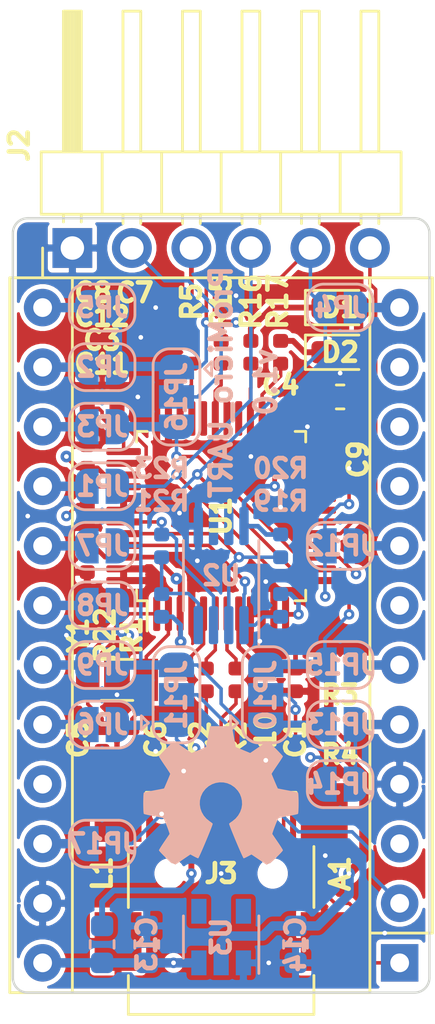
<source format=kicad_pcb>
(kicad_pcb (version 20171130) (host pcbnew 5.1.5-52549c5~84~ubuntu18.04.1)
  (title_block (title ProMicro_Serial) (date 2020-03-07) (rev v1.1) (company https://twitter.com/nerdyscout84) (comment 1 "CERN Open Hardware Licence v1.2 ") (comment 2 http://github.com/nerdyscout/ProMicro_Serial))
  (layers (0 F.Cu mixed) (1 In1.Cu signal) (2 In2.Cu signal) (31 B.Cu mixed) (34 B.Paste user) (35 F.Paste user) (36 B.SilkS user) (37 F.SilkS user) (38 B.Mask user) (39 F.Mask user) (44 Edge.Cuts user))
  (net 0 "")
  (net 1 GND)
  (net 2 +3V3)
  (net 3 ADBUS0)
  (net 4 "Net-(C2-Pad1)")
  (net 5 "Net-(C5-Pad1)")
  (net 6 "Net-(C6-Pad1)")
  (net 7 "Net-(C7-Pad1)")
  (net 8 "Net-(C8-Pad1)")
  (net 9 "Net-(R1-Pad1)")
  (net 10 "Net-(R2-Pad1)")
  (net 11 /EECS)
  (net 12 /EECLK)
  (net 13 "Net-(R21-Pad1)")
  (net 14 "Net-(R22-Pad1)")
  (net 15 /EEDAT)
  (net 16 "Net-(D1-Pad1)")
  (net 17 "Net-(D2-Pad1)")
  (net 18 +5V)
  (net 19 ACBUS0)
  (net 20 D9)
  (net 21 A3)
  (net 22 A2)
  (net 23 A1)
  (net 24 D5)
  (net 25 A0)
  (net 26 D15)
  (net 27 D3)
  (net 28 D14)
  (net 29 D2)
  (net 30 D16)
  (net 31 D10)
  (net 32 D0)
  (net 33 D1)
  (net 34 ADBUS4)
  (net 35 PWRSAV)
  (net 36 TXLED)
  (net 37 RXLED)
  (net 38 "Net-(J3-Pad3)")
  (net 39 "Net-(J3-Pad2)")
  (net 40 "Net-(R5-Pad1)")
  (net 41 "Net-(J2-Pad2)")
  (net 42 ADBUS2)
  (net 43 ADBUS3)
  (net 44 Reset)
  (net 45 ADBUS1)
  (module Jumper:SolderJumper-2_P1.3mm_Open_RoundedPad1.0x1.5mm (layer B.Cu) (at 104.14 99.06 180)
    (fp_text reference JP17 (at 0 0) (layer B.SilkS) (effects (font (size 0.8 0.8) (thickness 0.2)) (justify mirror)))
    (fp_text value Jumper_NO_Small)
    (pad 2 smd custom (at 0.65 0 180) (size 1 0.5) (layers B.Cu B.Mask) (net 44 Reset) (options (clearance outline) (anchor rect)) (primitives (gr_circle (center 0 -0.25) (end 0.5 -0.25) (width 0)) (gr_circle (center 0 0.25) (end 0.5 0.25) (width 0)) (gr_poly (pts (xy 0 0.75) (xy -0.5 0.75) (xy -0.5 -0.75) (xy 0 -0.75)) (width 0))))
    (pad 1 smd custom (at -0.65 0 180) (size 1 0.5) (layers B.Cu B.Mask) (net 19 ACBUS0) (options (clearance outline) (anchor rect)) (primitives (gr_circle (center 0 -0.25) (end 0.5 -0.25) (width 0)) (gr_circle (center 0 0.25) (end 0.5 0.25) (width 0)) (gr_poly (pts (xy 0 0.75) (xy 0.5 0.75) (xy 0.5 -0.75) (xy 0 -0.75)) (width 0))))
  )
  (module Package_QFP:LQFP-48_7x7mm_P0.5mm (layer F.Cu) (at 109.22 85.09 90)
    (fp_text reference U1 (at 0 0 90) (layer F.SilkS) (effects (font (size 0.8 0.8) (thickness 0.2))))
    (fp_text value FT232H)
    (pad 48 smd roundrect (at -2.75 -4.1625 90) (size 0.3 1.475) (layers F.Cu F.Paste F.Mask) (net 1 GND))
    (pad 47 smd roundrect (at -2.25 -4.1625 90) (size 0.3 1.475) (layers F.Cu F.Paste F.Mask) (net 1 GND))
    (pad 46 smd roundrect (at -1.75 -4.1625 90) (size 0.3 1.475) (layers F.Cu F.Paste F.Mask) (net 2 +3V3))
    (pad 45 smd roundrect (at -1.25 -4.1625 90) (size 0.3 1.475) (layers F.Cu F.Paste F.Mask) (net 11 /EECS))
    (pad 44 smd roundrect (at -0.75 -4.1625 90) (size 0.3 1.475) (layers F.Cu F.Paste F.Mask) (net 12 /EECLK))
    (pad 43 smd roundrect (at -0.25 -4.1625 90) (size 0.3 1.475) (layers F.Cu F.Paste F.Mask) (net 15 /EEDAT))
    (pad 42 smd roundrect (at 0.25 -4.1625 90) (size 0.3 1.475) (layers F.Cu F.Paste F.Mask) (net 1 GND))
    (pad 41 smd roundrect (at 0.75 -4.1625 90) (size 0.3 1.475) (layers F.Cu F.Paste F.Mask) (net 1 GND))
    (pad 40 smd roundrect (at 1.25 -4.1625 90) (size 0.3 1.475) (layers F.Cu F.Paste F.Mask) (net 4 "Net-(C2-Pad1)"))
    (pad 39 smd roundrect (at 1.75 -4.1625 90) (size 0.3 1.475) (layers F.Cu F.Paste F.Mask) (net 2 +3V3))
    (pad 38 smd roundrect (at 2.25 -4.1625 90) (size 0.3 1.475) (layers F.Cu F.Paste F.Mask) (net 7 "Net-(C7-Pad1)"))
    (pad 37 smd roundrect (at 2.75 -4.1625 90) (size 0.3 1.475) (layers F.Cu F.Paste F.Mask) (net 8 "Net-(C8-Pad1)"))
    (pad 36 smd roundrect (at 4.1625 -2.75 90) (size 1.475 0.3) (layers F.Cu F.Paste F.Mask) (net 1 GND))
    (pad 35 smd roundrect (at 4.1625 -2.25 90) (size 1.475 0.3) (layers F.Cu F.Paste F.Mask) (net 1 GND))
    (pad 34 smd roundrect (at 4.1625 -1.75 90) (size 1.475 0.3) (layers F.Cu F.Paste F.Mask) (net 40 "Net-(R5-Pad1)"))
    (pad 33 smd roundrect (at 4.1625 -1.25 90) (size 1.475 0.3) (layers F.Cu F.Paste F.Mask))
    (pad 32 smd roundrect (at 4.1625 -0.75 90) (size 1.475 0.3) (layers F.Cu F.Paste F.Mask))
    (pad 31 smd roundrect (at 4.1625 -0.25 90) (size 1.475 0.3) (layers F.Cu F.Paste F.Mask) (net 35 PWRSAV))
    (pad 30 smd roundrect (at 4.1625 0.25 90) (size 1.475 0.3) (layers F.Cu F.Paste F.Mask))
    (pad 29 smd roundrect (at 4.1625 0.75 90) (size 1.475 0.3) (layers F.Cu F.Paste F.Mask))
    (pad 28 smd roundrect (at 4.1625 1.25 90) (size 1.475 0.3) (layers F.Cu F.Paste F.Mask) (net 36 TXLED))
    (pad 27 smd roundrect (at 4.1625 1.75 90) (size 1.475 0.3) (layers F.Cu F.Paste F.Mask) (net 37 RXLED))
    (pad 26 smd roundrect (at 4.1625 2.25 90) (size 1.475 0.3) (layers F.Cu F.Paste F.Mask))
    (pad 25 smd roundrect (at 4.1625 2.75 90) (size 1.475 0.3) (layers F.Cu F.Paste F.Mask))
    (pad 24 smd roundrect (at 2.75 4.1625 90) (size 0.3 1.475) (layers F.Cu F.Paste F.Mask) (net 2 +3V3))
    (pad 23 smd roundrect (at 2.25 4.1625 90) (size 0.3 1.475) (layers F.Cu F.Paste F.Mask) (net 1 GND))
    (pad 22 smd roundrect (at 1.75 4.1625 90) (size 0.3 1.475) (layers F.Cu F.Paste F.Mask) (net 1 GND))
    (pad 21 smd roundrect (at 1.25 4.1625 90) (size 0.3 1.475) (layers F.Cu F.Paste F.Mask) (net 19 ACBUS0))
    (pad 20 smd roundrect (at 0.75 4.1625 90) (size 0.3 1.475) (layers F.Cu F.Paste F.Mask))
    (pad 19 smd roundrect (at 0.25 4.1625 90) (size 0.3 1.475) (layers F.Cu F.Paste F.Mask))
    (pad 18 smd roundrect (at -0.25 4.1625 90) (size 0.3 1.475) (layers F.Cu F.Paste F.Mask))
    (pad 17 smd roundrect (at -0.75 4.1625 90) (size 0.3 1.475) (layers F.Cu F.Paste F.Mask) (net 34 ADBUS4))
    (pad 16 smd roundrect (at -1.25 4.1625 90) (size 0.3 1.475) (layers F.Cu F.Paste F.Mask) (net 43 ADBUS3))
    (pad 15 smd roundrect (at -1.75 4.1625 90) (size 0.3 1.475) (layers F.Cu F.Paste F.Mask) (net 42 ADBUS2))
    (pad 14 smd roundrect (at -2.25 4.1625 90) (size 0.3 1.475) (layers F.Cu F.Paste F.Mask) (net 45 ADBUS1))
    (pad 13 smd roundrect (at -2.75 4.1625 90) (size 0.3 1.475) (layers F.Cu F.Paste F.Mask) (net 3 ADBUS0))
    (pad 12 smd roundrect (at -4.1625 2.75 90) (size 1.475 0.3) (layers F.Cu F.Paste F.Mask) (net 2 +3V3))
    (pad 11 smd roundrect (at -4.1625 2.25 90) (size 1.475 0.3) (layers F.Cu F.Paste F.Mask) (net 1 GND))
    (pad 10 smd roundrect (at -4.1625 1.75 90) (size 1.475 0.3) (layers F.Cu F.Paste F.Mask) (net 1 GND))
    (pad 9 smd roundrect (at -4.1625 1.25 90) (size 1.475 0.3) (layers F.Cu F.Paste F.Mask) (net 1 GND))
    (pad 8 smd roundrect (at -4.1625 0.75 90) (size 1.475 0.3) (layers F.Cu F.Paste F.Mask) (net 2 +3V3))
    (pad 7 smd roundrect (at -4.1625 0.25 90) (size 1.475 0.3) (layers F.Cu F.Paste F.Mask) (net 10 "Net-(R2-Pad1)"))
    (pad 6 smd roundrect (at -4.1625 -0.25 90) (size 1.475 0.3) (layers F.Cu F.Paste F.Mask) (net 9 "Net-(R1-Pad1)"))
    (pad 5 smd roundrect (at -4.1625 -0.75 90) (size 1.475 0.3) (layers F.Cu F.Paste F.Mask) (net 14 "Net-(R22-Pad1)"))
    (pad 4 smd roundrect (at -4.1625 -1.25 90) (size 1.475 0.3) (layers F.Cu F.Paste F.Mask) (net 1 GND))
    (pad 3 smd roundrect (at -4.1625 -1.75 90) (size 1.475 0.3) (layers F.Cu F.Paste F.Mask) (net 2 +3V3))
    (pad 2 smd roundrect (at -4.1625 -2.25 90) (size 1.475 0.3) (layers F.Cu F.Paste F.Mask) (net 6 "Net-(C6-Pad1)"))
    (pad 1 smd roundrect (at -4.1625 -2.75 90) (size 1.475 0.3) (layers F.Cu F.Paste F.Mask) (net 5 "Net-(C5-Pad1)"))
  )
  (module Package_SO:MSOP-8_3x3mm_P0.65mm (layer B.Cu) (at 109.22 87.63 90)
    (fp_text reference U2 (at 0 0 180) (layer B.SilkS) (effects (font (size 0.8 0.8) (thickness 0.2)) (justify mirror)))
    (fp_text value 93CxxB)
    (pad 8 smd roundrect (at 2.1125 0.975 90) (size 1.625 0.4) (layers B.Cu B.Paste B.Mask) (net 2 +3V3))
    (pad 7 smd roundrect (at 2.1125 0.325 90) (size 1.625 0.4) (layers B.Cu B.Paste B.Mask))
    (pad 6 smd roundrect (at 2.1125 -0.325 90) (size 1.625 0.4) (layers B.Cu B.Paste B.Mask))
    (pad 5 smd roundrect (at 2.1125 -0.975 90) (size 1.625 0.4) (layers B.Cu B.Paste B.Mask) (net 1 GND))
    (pad 4 smd roundrect (at -2.1125 -0.975 90) (size 1.625 0.4) (layers B.Cu B.Paste B.Mask) (net 13 "Net-(R21-Pad1)"))
    (pad 3 smd roundrect (at -2.1125 -0.325 90) (size 1.625 0.4) (layers B.Cu B.Paste B.Mask) (net 15 /EEDAT))
    (pad 2 smd roundrect (at -2.1125 0.325 90) (size 1.625 0.4) (layers B.Cu B.Paste B.Mask) (net 12 /EECLK))
    (pad 1 smd roundrect (at -2.1125 0.975 90) (size 1.625 0.4) (layers B.Cu B.Paste B.Mask) (net 11 /EECS))
  )
  (module Resistor_SMD:R_0402_1005Metric (layer B.Cu) (at 106.68 86.36 270)
    (fp_text reference R23 (at -3.302 0 180) (layer B.SilkS) (effects (font (size 0.8 0.8) (thickness 0.2)) (justify mirror)))
    (fp_text value 2k)
    (pad 2 smd roundrect (at 0.485 0 270) (size 0.59 0.64) (layers B.Cu B.Paste B.Mask) (net 13 "Net-(R21-Pad1)"))
    (pad 1 smd roundrect (at -0.485 0 270) (size 0.59 0.64) (layers B.Cu B.Paste B.Mask) (net 15 /EEDAT))
  )
  (module Resistor_SMD:R_0402_1005Metric (layer F.Cu) (at 107.315 92.075 270)
    (fp_text reference R22 (at -1.905 3.048 90) (layer F.SilkS) (effects (font (size 0.8 0.8) (thickness 0.2))))
    (fp_text value 12k)
    (pad 2 smd roundrect (at 0.485 0 270) (size 0.59 0.64) (layers F.Cu F.Paste F.Mask) (net 1 GND))
    (pad 1 smd roundrect (at -0.485 0 270) (size 0.59 0.64) (layers F.Cu F.Paste F.Mask) (net 14 "Net-(R22-Pad1)"))
  )
  (module Resistor_SMD:R_0402_1005Metric (layer B.Cu) (at 106.68 88.9 270)
    (fp_text reference R21 (at -4.445 0 180) (layer B.SilkS) (effects (font (size 0.8 0.8) (thickness 0.2)) (justify mirror)))
    (fp_text value 10k)
    (pad 2 smd roundrect (at 0.485 0 270) (size 0.59 0.64) (layers B.Cu B.Paste B.Mask) (net 2 +3V3))
    (pad 1 smd roundrect (at -0.485 0 270) (size 0.59 0.64) (layers B.Cu B.Paste B.Mask) (net 13 "Net-(R21-Pad1)"))
  )
  (module Resistor_SMD:R_0402_1005Metric (layer B.Cu) (at 111.76 86.36 90)
    (fp_text reference R20 (at 3.302 0 180) (layer B.SilkS) (effects (font (size 0.8 0.8) (thickness 0.2)) (justify mirror)))
    (fp_text value 10k)
    (pad 2 smd roundrect (at 0.485 0 90) (size 0.59 0.64) (layers B.Cu B.Paste B.Mask) (net 2 +3V3))
    (pad 1 smd roundrect (at -0.485 0 90) (size 0.59 0.64) (layers B.Cu B.Paste B.Mask) (net 12 /EECLK))
  )
  (module Resistor_SMD:R_0402_1005Metric (layer B.Cu) (at 111.76 88.9 90)
    (fp_text reference R19 (at 4.445 0 180) (layer B.SilkS) (effects (font (size 0.8 0.8) (thickness 0.2)) (justify mirror)))
    (fp_text value 10k)
    (pad 2 smd roundrect (at 0.485 0 90) (size 0.59 0.64) (layers B.Cu B.Paste B.Mask) (net 2 +3V3))
    (pad 1 smd roundrect (at -0.485 0 90) (size 0.59 0.64) (layers B.Cu B.Paste B.Mask) (net 11 /EECS))
  )
  (module Capacitor_SMD:C_0402_1005Metric (layer F.Cu) (at 103.505 80.01 90)
    (fp_text reference C8 (at 4.445 0.254 180) (layer F.SilkS) (effects (font (size 0.8 0.8) (thickness 0.2))))
    (fp_text value 100n)
    (pad 2 smd roundrect (at 0.485 0 90) (size 0.59 0.64) (layers F.Cu F.Paste F.Mask) (net 1 GND))
    (pad 1 smd roundrect (at -0.485 0 90) (size 0.59 0.64) (layers F.Cu F.Paste F.Mask) (net 8 "Net-(C8-Pad1)"))
  )
  (module Capacitor_SMD:C_0402_1005Metric (layer F.Cu) (at 104.775 80.01 90)
    (fp_text reference C7 (at 4.445 0.762 180) (layer F.SilkS) (effects (font (size 0.8 0.8) (thickness 0.2))))
    (fp_text value 100n)
    (pad 2 smd roundrect (at 0.485 0 90) (size 0.59 0.64) (layers F.Cu F.Paste F.Mask) (net 1 GND))
    (pad 1 smd roundrect (at -0.485 0 90) (size 0.59 0.64) (layers F.Cu F.Paste F.Mask) (net 7 "Net-(C7-Pad1)"))
  )
  (module Symbol:OSHW-Symbol_6.7x6mm_SilkScreen (layer B.Cu) (at 109.22 97.028 180)
    (fp_text reference LOGO1 hide)
    (fp_text value Logo_Open_Hardware_Small hide)
  )
  (module Jumper:SolderJumper-3_P1.3mm_Open_RoundedPad1.0x1.5mm (layer B.Cu) (at 107.315 92.71 90)
    (fp_text reference JP11 (at 0 0 90) (layer B.SilkS) (effects (font (size 0.8 0.8) (thickness 0.2)) (justify mirror)))
    (fp_text value Jumper_3_Bridged12)
    (pad 2 smd rect (at 0 0 90) (size 1 1.5) (layers B.Cu B.Mask) (net 32 D0))
    (pad 3 smd custom (at 1.3 0 90) (size 1 0.5) (layers B.Cu B.Mask) (net 45 ADBUS1) (options (clearance outline) (anchor rect)) (primitives (gr_circle (center 0 -0.25) (end 0.5 -0.25) (width 0)) (gr_circle (center 0 0.25) (end 0.5 0.25) (width 0)) (gr_poly (pts (xy -0.55 0.75) (xy 0 0.75) (xy 0 -0.75) (xy -0.55 -0.75)) (width 0))))
    (pad 1 smd custom (at -1.3 0 90) (size 1 0.5) (layers B.Cu B.Mask) (net 3 ADBUS0) (options (clearance outline) (anchor rect)) (primitives (gr_circle (center 0 -0.25) (end 0.5 -0.25) (width 0)) (gr_circle (center 0 0.25) (end 0.5 0.25) (width 0)) (gr_poly (pts (xy 0.55 0.75) (xy 0 0.75) (xy 0 -0.75) (xy 0.55 -0.75)) (width 0))))
  )
  (module Jumper:SolderJumper-3_P1.3mm_Open_RoundedPad1.0x1.5mm (layer B.Cu) (at 111.125 92.71 90)
    (fp_text reference JP10 (at 0 0 90) (layer B.SilkS) (effects (font (size 0.8 0.8) (thickness 0.2)) (justify mirror)))
    (fp_text value Jumper_3_Bridged12)
    (pad 2 smd rect (at 0 0 90) (size 1 1.5) (layers B.Cu B.Mask) (net 33 D1))
    (pad 3 smd custom (at 1.3 0 90) (size 1 0.5) (layers B.Cu B.Mask) (net 3 ADBUS0) (options (clearance outline) (anchor rect)) (primitives (gr_circle (center 0 -0.25) (end 0.5 -0.25) (width 0)) (gr_circle (center 0 0.25) (end 0.5 0.25) (width 0)) (gr_poly (pts (xy -0.55 0.75) (xy 0 0.75) (xy 0 -0.75) (xy -0.55 -0.75)) (width 0))))
    (pad 1 smd custom (at -1.3 0 90) (size 1 0.5) (layers B.Cu B.Mask) (net 45 ADBUS1) (options (clearance outline) (anchor rect)) (primitives (gr_circle (center 0 -0.25) (end 0.5 -0.25) (width 0)) (gr_circle (center 0 0.25) (end 0.5 0.25) (width 0)) (gr_poly (pts (xy 0.55 0.75) (xy 0 0.75) (xy 0 -0.75) (xy 0.55 -0.75)) (width 0))))
  )
  (module Capacitor_SMD:C_0603_1608Metric (layer B.Cu) (at 112.395 103.3525 270)
    (fp_text reference C14 (at 0 0 90) (layer B.SilkS) (effects (font (size 0.8 0.8) (thickness 0.2)) (justify mirror)))
    (fp_text value 1µ)
    (pad 2 smd roundrect (at 0.7875 0 270) (size 0.875 0.95) (layers B.Cu B.Paste B.Mask) (net 1 GND))
    (pad 1 smd roundrect (at -0.7875 0 270) (size 0.875 0.95) (layers B.Cu B.Paste B.Mask) (net 2 +3V3))
  )
  (module Capacitor_SMD:C_0603_1608Metric (layer B.Cu) (at 106.045 103.3525 90)
    (fp_text reference C13 (at 0 0 90) (layer B.SilkS) (effects (font (size 0.8 0.8) (thickness 0.2)) (justify mirror)))
    (fp_text value 1µ)
    (pad 2 smd roundrect (at 0.7875 0 90) (size 0.875 0.95) (layers B.Cu B.Paste B.Mask) (net 1 GND))
    (pad 1 smd roundrect (at -0.7875 0 90) (size 0.875 0.95) (layers B.Cu B.Paste B.Mask) (net 18 +5V))
  )
  (module Jumper:SolderJumper-3_P1.3mm_Bridged12_RoundedPad1.0x1.5mm (layer B.Cu) (at 107.315 80.01 270)
    (fp_text reference JP16 (at 0 0 90) (layer B.SilkS) (effects (font (size 0.8 0.8) (thickness 0.2)) (justify mirror)))
    (fp_text value Jumper_3_Bridged12)
    (fp_poly (pts (xy -0.9 0.3) (xy -0.4 0.3) (xy -0.4 -0.3) (xy -0.9 -0.3)) (layer B.Cu) (width 0))
    (pad 1 smd custom (at -1.3 0 270) (size 1 0.5) (layers B.Cu B.Mask) (net 45 ADBUS1) (options (clearance outline) (anchor rect)) (primitives (gr_circle (center 0 -0.25) (end 0.5 -0.25) (width 0)) (gr_circle (center 0 0.25) (end 0.5 0.25) (width 0)) (gr_poly (pts (xy 0.55 0.75) (xy 0 0.75) (xy 0 -0.75) (xy 0.55 -0.75)) (width 0))))
    (pad 2 smd rect (at 0 0 270) (size 1 1.5) (layers B.Cu B.Mask) (net 41 "Net-(J2-Pad2)"))
    (pad 3 smd custom (at 1.3 0 270) (size 1 0.5) (layers B.Cu B.Mask) (net 42 ADBUS2) (options (clearance outline) (anchor rect)) (primitives (gr_circle (center 0 -0.25) (end 0.5 -0.25) (width 0)) (gr_circle (center 0 0.25) (end 0.5 0.25) (width 0)) (gr_poly (pts (xy -0.55 0.75) (xy 0 0.75) (xy 0 -0.75) (xy -0.55 -0.75)) (width 0))))
  )
  (module Package_TO_SOT_SMD:SOT-23-5 (layer B.Cu) (at 109.22 103.04 90)
    (fp_text reference U3 (at 0 0 90) (layer B.SilkS) (effects (font (size 0.8 0.8) (thickness 0.2)) (justify mirror)))
    (fp_text value AZ1117-3.3)
    (pad 5 smd rect (at 1.1 0.95 90) (size 1.06 0.65) (layers B.Cu B.Paste B.Mask))
    (pad 4 smd rect (at 1.1 -0.95 90) (size 1.06 0.65) (layers B.Cu B.Paste B.Mask))
    (pad 3 smd rect (at -1.1 -0.95 90) (size 1.06 0.65) (layers B.Cu B.Paste B.Mask) (net 18 +5V))
    (pad 2 smd rect (at -1.1 0 90) (size 1.06 0.65) (layers B.Cu B.Paste B.Mask) (net 2 +3V3))
    (pad 1 smd rect (at -1.1 0.95 90) (size 1.06 0.65) (layers B.Cu B.Paste B.Mask) (net 1 GND))
  )
  (module Capacitor_SMD:C_0402_1005Metric (layer F.Cu) (at 112.395 92.075 270)
    (fp_text reference C1 (at 2.54 0 90) (layer F.SilkS) (effects (font (size 0.8 0.8) (thickness 0.2))))
    (fp_text value 100n)
    (pad 2 smd roundrect (at 0.485 0 270) (size 0.59 0.64) (layers F.Cu F.Paste F.Mask) (net 1 GND))
    (pad 1 smd roundrect (at -0.485 0 270) (size 0.59 0.64) (layers F.Cu F.Paste F.Mask) (net 2 +3V3))
  )
  (module Capacitor_SMD:C_0402_1005Metric (layer F.Cu) (at 107.315 94.615 90)
    (fp_text reference C2 (at 0 1.016 90) (layer F.SilkS) (effects (font (size 0.8 0.8) (thickness 0.2))))
    (fp_text value 4.7µ)
    (pad 2 smd roundrect (at 0.485 0 90) (size 0.59 0.64) (layers F.Cu F.Paste F.Mask) (net 1 GND))
    (pad 1 smd roundrect (at -0.485 0 90) (size 0.59 0.64) (layers F.Cu F.Paste F.Mask) (net 4 "Net-(C2-Pad1)"))
  )
  (module Capacitor_SMD:C_0402_1005Metric (layer F.Cu) (at 103.505 85.09 270)
    (fp_text reference C3 (at -7.493 -0.635 180) (layer F.SilkS) (effects (font (size 0.8 0.8) (thickness 0.2))))
    (fp_text value 100n)
    (pad 2 smd roundrect (at 0.485 0 270) (size 0.59 0.64) (layers F.Cu F.Paste F.Mask) (net 1 GND))
    (pad 1 smd roundrect (at -0.485 0 270) (size 0.59 0.64) (layers F.Cu F.Paste F.Mask) (net 4 "Net-(C2-Pad1)"))
  )
  (module Capacitor_SMD:C_0402_1005Metric (layer F.Cu) (at 104.14 94.615 270)
    (fp_text reference C5 (at 0 1.016 90) (layer F.SilkS) (effects (font (size 0.8 0.8) (thickness 0.2))))
    (fp_text value 27p)
    (pad 2 smd roundrect (at 0.485 0 270) (size 0.59 0.64) (layers F.Cu F.Paste F.Mask) (net 1 GND))
    (pad 1 smd roundrect (at -0.485 0 270) (size 0.59 0.64) (layers F.Cu F.Paste F.Mask) (net 5 "Net-(C5-Pad1)"))
  )
  (module Capacitor_SMD:C_0402_1005Metric (layer F.Cu) (at 105.41 94.615 270)
    (fp_text reference C6 (at 0 -1.016 90) (layer F.SilkS) (effects (font (size 0.8 0.8) (thickness 0.2))))
    (fp_text value 27p)
    (pad 2 smd roundrect (at 0.485 0 270) (size 0.59 0.64) (layers F.Cu F.Paste F.Mask) (net 1 GND))
    (pad 1 smd roundrect (at -0.485 0 270) (size 0.59 0.64) (layers F.Cu F.Paste F.Mask) (net 6 "Net-(C6-Pad1)"))
  )
  (module Capacitor_SMD:C_0402_1005Metric (layer F.Cu) (at 114.3 81.28 180)
    (fp_text reference C9 (at -0.762 -1.397 90) (layer F.SilkS) (effects (font (size 0.8 0.8) (thickness 0.2))))
    (fp_text value 4.7µ)
    (pad 2 smd roundrect (at 0.485 0 180) (size 0.59 0.64) (layers F.Cu F.Paste F.Mask) (net 1 GND))
    (pad 1 smd roundrect (at -0.485 0 180) (size 0.59 0.64) (layers F.Cu F.Paste F.Mask) (net 2 +3V3))
  )
  (module Capacitor_SMD:C_0402_1005Metric (layer F.Cu) (at 111.125 92.075 90)
    (fp_text reference C10 (at -2.54 0 90) (layer F.SilkS) (effects (font (size 0.8 0.8) (thickness 0.2))))
    (fp_text value 100n)
    (pad 2 smd roundrect (at 0.485 0 90) (size 0.59 0.64) (layers F.Cu F.Paste F.Mask) (net 2 +3V3))
    (pad 1 smd roundrect (at -0.485 0 90) (size 0.59 0.64) (layers F.Cu F.Paste F.Mask) (net 1 GND))
  )
  (module Capacitor_SMD:C_0402_1005Metric (layer F.Cu) (at 103.505 86.995 90)
    (fp_text reference C11 (at 8.382 0.635 180) (layer F.SilkS) (effects (font (size 0.8 0.8) (thickness 0.2))))
    (fp_text value 100n)
    (pad 2 smd roundrect (at 0.485 0 90) (size 0.59 0.64) (layers F.Cu F.Paste F.Mask) (net 2 +3V3))
    (pad 1 smd roundrect (at -0.485 0 90) (size 0.59 0.64) (layers F.Cu F.Paste F.Mask) (net 1 GND))
  )
  (module Capacitor_SMD:C_0402_1005Metric (layer F.Cu) (at 103.505 82.55 90)
    (fp_text reference C12 (at 5.969 0.635 180) (layer F.SilkS) (effects (font (size 0.8 0.8) (thickness 0.2))))
    (fp_text value 100n)
    (pad 2 smd roundrect (at 0.485 0 90) (size 0.59 0.64) (layers F.Cu F.Paste F.Mask) (net 1 GND))
    (pad 1 smd roundrect (at -0.485 0 90) (size 0.59 0.64) (layers F.Cu F.Paste F.Mask) (net 2 +3V3))
  )
  (module Resistor_SMD:R_0402_1005Metric (layer F.Cu) (at 108.585 92.075 270)
    (fp_text reference R1 (at -1.905 3.175 90) (layer F.SilkS) (effects (font (size 0.8 0.8) (thickness 0.2))))
    (fp_text value 22)
    (pad 2 smd roundrect (at 0.485 0 270) (size 0.59 0.64) (layers F.Cu F.Paste F.Mask) (net 39 "Net-(J3-Pad2)"))
    (pad 1 smd roundrect (at -0.485 0 270) (size 0.59 0.64) (layers F.Cu F.Paste F.Mask) (net 9 "Net-(R1-Pad1)"))
  )
  (module Resistor_SMD:R_0402_1005Metric (layer F.Cu) (at 109.855 92.075 270)
    (fp_text reference R2 (at 2.54 0 90) (layer F.SilkS) (effects (font (size 0.8 0.8) (thickness 0.2))))
    (fp_text value 22)
    (pad 2 smd roundrect (at 0.485 0 270) (size 0.59 0.64) (layers F.Cu F.Paste F.Mask) (net 38 "Net-(J3-Pad3)"))
    (pad 1 smd roundrect (at -0.485 0 270) (size 0.59 0.64) (layers F.Cu F.Paste F.Mask) (net 10 "Net-(R2-Pad1)"))
  )
  (module Resistor_SMD:R_0402_1005Metric (layer F.Cu) (at 114.3 91.44 180)
    (fp_text reference R3 (at 0 -1.27) (layer F.SilkS) (effects (font (size 0.8 0.8) (thickness 0.2))))
    (fp_text value 4k7)
    (pad 2 smd roundrect (at 0.485 0 180) (size 0.59 0.64) (layers F.Cu F.Paste F.Mask) (net 2 +3V3))
    (pad 1 smd roundrect (at -0.485 0 180) (size 0.59 0.64) (layers F.Cu F.Paste F.Mask) (net 27 D3))
  )
  (module Resistor_SMD:R_0402_1005Metric (layer F.Cu) (at 114.3 93.98 180)
    (fp_text reference R4 (at 0 -1.27) (layer F.SilkS) (effects (font (size 0.8 0.8) (thickness 0.2))))
    (fp_text value 4k7)
    (pad 2 smd roundrect (at 0.485 0 180) (size 0.59 0.64) (layers F.Cu F.Paste F.Mask) (net 2 +3V3))
    (pad 1 smd roundrect (at -0.485 0 180) (size 0.59 0.64) (layers F.Cu F.Paste F.Mask) (net 29 D2))
  )
  (module Resistor_SMD:R_0402_1005Metric (layer F.Cu) (at 107.95 78.105 90)
    (fp_text reference R5 (at 2.159 0 90) (layer F.SilkS) (effects (font (size 0.8 0.8) (thickness 0.2))))
    (fp_text value 1k)
    (pad 2 smd roundrect (at 0.485 0 90) (size 0.59 0.64) (layers F.Cu F.Paste F.Mask) (net 2 +3V3))
    (pad 1 smd roundrect (at -0.485 0 90) (size 0.59 0.64) (layers F.Cu F.Paste F.Mask) (net 40 "Net-(R5-Pad1)"))
  )
  (module Resistor_SMD:R_0402_1005Metric (layer F.Cu) (at 109.22 78.105 90)
    (fp_text reference R15 (at 2.159 0 90) (layer F.SilkS) (effects (font (size 0.8 0.8) (thickness 0.2))))
    (fp_text value 39k)
    (pad 2 smd roundrect (at 0.485 0 90) (size 0.59 0.64) (layers F.Cu F.Paste F.Mask) (net 18 +5V))
    (pad 1 smd roundrect (at -0.485 0 90) (size 0.59 0.64) (layers F.Cu F.Paste F.Mask) (net 35 PWRSAV))
  )
  (module Resistor_SMD:R_0402_1005Metric (layer F.Cu) (at 110.49 78.105 90)
    (fp_text reference R16 (at 2.159 0 90) (layer F.SilkS) (effects (font (size 0.8 0.8) (thickness 0.2))))
    (fp_text value 220)
    (pad 2 smd roundrect (at 0.485 0 90) (size 0.59 0.64) (layers F.Cu F.Paste F.Mask) (net 16 "Net-(D1-Pad1)"))
    (pad 1 smd roundrect (at -0.485 0 90) (size 0.59 0.64) (layers F.Cu F.Paste F.Mask) (net 36 TXLED))
  )
  (module Resistor_SMD:R_0402_1005Metric (layer F.Cu) (at 111.76 78.105 90)
    (fp_text reference R17 (at 2.159 -0.127 90) (layer F.SilkS) (effects (font (size 0.8 0.8) (thickness 0.2))))
    (fp_text value 220)
    (pad 2 smd roundrect (at 0.485 0 90) (size 0.59 0.64) (layers F.Cu F.Paste F.Mask) (net 17 "Net-(D2-Pad1)"))
    (pad 1 smd roundrect (at -0.485 0 90) (size 0.59 0.64) (layers F.Cu F.Paste F.Mask) (net 37 RXLED))
  )
  (module Inductor_SMD:L_0603_1608Metric (layer B.Cu) (at 104.14 103.3525 90)
    (fp_text reference L1 (at 3.0225 0 90) (layer F.SilkS) (effects (font (size 0.8 0.8) (thickness 0.2))))
    (fp_text value 0)
    (pad 2 smd roundrect (at 0.7875 0 90) (size 0.875 0.95) (layers B.Cu B.Paste B.Mask) (net 4 "Net-(C2-Pad1)"))
    (pad 1 smd roundrect (at -0.7875 0 90) (size 0.875 0.95) (layers B.Cu B.Paste B.Mask) (net 18 +5V))
  )
  (module Connector_USB:USB_Mini-B_Wuerth_65100516121_Horizontal (layer F.Cu) (at 109.22 100.33)
    (fp_text reference J3 (at 0 0) (layer F.SilkS) (effects (font (size 0.8 0.8) (thickness 0.2))))
    (fp_text value USB_B_Mini)
    (pad "" np_thru_hole circle (at 2.2 0) (size 0.9 0.9) (drill 0.9) (layers *.Cu *.Mask))
    (pad "" np_thru_hole circle (at -2.2 0) (size 0.9 0.9) (drill 0.9) (layers *.Cu *.Mask))
    (pad 5 smd rect (at 1.6 -2.6) (size 0.5 2.5) (layers F.Cu F.Paste F.Mask) (net 1 GND))
    (pad 4 smd rect (at 0.8 -2.6) (size 0.5 2.5) (layers F.Cu F.Paste F.Mask))
    (pad 3 smd rect (at 0 -2.6) (size 0.5 2.5) (layers F.Cu F.Paste F.Mask) (net 38 "Net-(J3-Pad3)"))
    (pad 2 smd rect (at -0.8 -2.6) (size 0.5 2.5) (layers F.Cu F.Paste F.Mask) (net 39 "Net-(J3-Pad2)"))
    (pad 1 smd rect (at -1.6 -2.6) (size 0.5 2.5) (layers F.Cu F.Paste F.Mask) (net 4 "Net-(C2-Pad1)"))
    (pad 6 smd rect (at 4.4 -2.6) (size 2 2.5) (layers F.Cu F.Paste F.Mask) (net 1 GND))
    (pad 6 smd rect (at -4.4 -2.6) (size 2 2.5) (layers F.Cu F.Paste F.Mask) (net 1 GND))
    (pad 6 smd rect (at 4.4 2.9) (size 2 2.5) (layers F.Cu F.Paste F.Mask) (net 1 GND))
    (pad 6 smd rect (at -4.4 2.9) (size 2 2.5) (layers F.Cu F.Paste F.Mask) (net 1 GND))
  )
  (module Jumper:SolderJumper-2_P1.3mm_Open_RoundedPad1.0x1.5mm (layer B.Cu) (at 114.3 91.44)
    (fp_text reference JP15 (at 0 0) (layer B.SilkS) (effects (font (size 0.8 0.8) (thickness 0.2)) (justify mirror)))
    (fp_text value Jumper_NO_Small)
    (pad 2 smd custom (at 0.65 0) (size 1 0.5) (layers B.Cu B.Mask) (net 27 D3) (options (clearance outline) (anchor rect)) (primitives (gr_circle (center 0 -0.25) (end 0.5 -0.25) (width 0)) (gr_circle (center 0 0.25) (end 0.5 0.25) (width 0)) (gr_poly (pts (xy 0 0.75) (xy -0.5 0.75) (xy -0.5 -0.75) (xy 0 -0.75)) (width 0))))
    (pad 1 smd custom (at -0.65 0) (size 1 0.5) (layers B.Cu B.Mask) (net 3 ADBUS0) (options (clearance outline) (anchor rect)) (primitives (gr_circle (center 0 -0.25) (end 0.5 -0.25) (width 0)) (gr_circle (center 0 0.25) (end 0.5 0.25) (width 0)) (gr_poly (pts (xy 0 0.75) (xy 0.5 0.75) (xy 0.5 -0.75) (xy 0 -0.75)) (width 0))))
  )
  (module Jumper:SolderJumper-2_P1.3mm_Open_RoundedPad1.0x1.5mm (layer B.Cu) (at 114.3 96.52)
    (fp_text reference JP14 (at 0 0) (layer B.SilkS) (effects (font (size 0.8 0.8) (thickness 0.2)) (justify mirror)))
    (fp_text value Jumper_NO_Small)
    (pad 2 smd custom (at 0.65 0) (size 1 0.5) (layers B.Cu B.Mask) (net 29 D2) (options (clearance outline) (anchor rect)) (primitives (gr_circle (center 0 -0.25) (end 0.5 -0.25) (width 0)) (gr_circle (center 0 0.25) (end 0.5 0.25) (width 0)) (gr_poly (pts (xy 0 0.75) (xy -0.5 0.75) (xy -0.5 -0.75) (xy 0 -0.75)) (width 0))))
    (pad 1 smd custom (at -0.65 0) (size 1 0.5) (layers B.Cu B.Mask) (net 42 ADBUS2) (options (clearance outline) (anchor rect)) (primitives (gr_circle (center 0 -0.25) (end 0.5 -0.25) (width 0)) (gr_circle (center 0 0.25) (end 0.5 0.25) (width 0)) (gr_poly (pts (xy 0 0.75) (xy 0.5 0.75) (xy 0.5 -0.75) (xy 0 -0.75)) (width 0))))
  )
  (module Jumper:SolderJumper-2_P1.3mm_Open_RoundedPad1.0x1.5mm (layer B.Cu) (at 114.3 93.98)
    (fp_text reference JP13 (at 0 0) (layer B.SilkS) (effects (font (size 0.8 0.8) (thickness 0.2)) (justify mirror)))
    (fp_text value Jumper_NO_Small)
    (pad 2 smd custom (at 0.65 0) (size 1 0.5) (layers B.Cu B.Mask) (net 29 D2) (options (clearance outline) (anchor rect)) (primitives (gr_circle (center 0 -0.25) (end 0.5 -0.25) (width 0)) (gr_circle (center 0 0.25) (end 0.5 0.25) (width 0)) (gr_poly (pts (xy 0 0.75) (xy -0.5 0.75) (xy -0.5 -0.75) (xy 0 -0.75)) (width 0))))
    (pad 1 smd custom (at -0.65 0) (size 1 0.5) (layers B.Cu B.Mask) (net 45 ADBUS1) (options (clearance outline) (anchor rect)) (primitives (gr_circle (center 0 -0.25) (end 0.5 -0.25) (width 0)) (gr_circle (center 0 0.25) (end 0.5 0.25) (width 0)) (gr_poly (pts (xy 0 0.75) (xy 0.5 0.75) (xy 0.5 -0.75) (xy 0 -0.75)) (width 0))))
  )
  (module Jumper:SolderJumper-2_P1.3mm_Open_RoundedPad1.0x1.5mm (layer B.Cu) (at 114.3 86.36)
    (fp_text reference JP12 (at 0 0 180) (layer B.SilkS) (effects (font (size 0.8 0.8) (thickness 0.2)) (justify mirror)))
    (fp_text value Jumper_NO_Small)
    (pad 2 smd custom (at 0.65 0) (size 1 0.5) (layers B.Cu B.Mask) (net 24 D5) (options (clearance outline) (anchor rect)) (primitives (gr_circle (center 0 -0.25) (end 0.5 -0.25) (width 0)) (gr_circle (center 0 0.25) (end 0.5 0.25) (width 0)) (gr_poly (pts (xy 0 0.75) (xy -0.5 0.75) (xy -0.5 -0.75) (xy 0 -0.75)) (width 0))))
    (pad 1 smd custom (at -0.65 0) (size 1 0.5) (layers B.Cu B.Mask) (net 19 ACBUS0) (options (clearance outline) (anchor rect)) (primitives (gr_circle (center 0 -0.25) (end 0.5 -0.25) (width 0)) (gr_circle (center 0 0.25) (end 0.5 0.25) (width 0)) (gr_poly (pts (xy 0 0.75) (xy 0.5 0.75) (xy 0.5 -0.75) (xy 0 -0.75)) (width 0))))
  )
  (module Jumper:SolderJumper-2_P1.3mm_Open_RoundedPad1.0x1.5mm (layer B.Cu) (at 104.14 91.44 180)
    (fp_text reference JP9 (at 0 0) (layer B.SilkS) (effects (font (size 0.8 0.8) (thickness 0.2)) (justify mirror)))
    (fp_text value Jumper_NO_Small)
    (pad 2 smd custom (at 0.65 0 180) (size 1 0.5) (layers B.Cu B.Mask) (net 22 A2) (options (clearance outline) (anchor rect)) (primitives (gr_circle (center 0 -0.25) (end 0.5 -0.25) (width 0)) (gr_circle (center 0 0.25) (end 0.5 0.25) (width 0)) (gr_poly (pts (xy 0 0.75) (xy -0.5 0.75) (xy -0.5 -0.75) (xy 0 -0.75)) (width 0))))
    (pad 1 smd custom (at -0.65 0 180) (size 1 0.5) (layers B.Cu B.Mask) (net 45 ADBUS1) (options (clearance outline) (anchor rect)) (primitives (gr_circle (center 0 -0.25) (end 0.5 -0.25) (width 0)) (gr_circle (center 0 0.25) (end 0.5 0.25) (width 0)) (gr_poly (pts (xy 0 0.75) (xy 0.5 0.75) (xy 0.5 -0.75) (xy 0 -0.75)) (width 0))))
  )
  (module Jumper:SolderJumper-2_P1.3mm_Open_RoundedPad1.0x1.5mm (layer B.Cu) (at 104.14 88.9 180)
    (fp_text reference JP8 (at 0 0) (layer B.SilkS) (effects (font (size 0.8 0.8) (thickness 0.2)) (justify mirror)))
    (fp_text value Jumper_NO_Small)
    (pad 2 smd custom (at 0.65 0 180) (size 1 0.5) (layers B.Cu B.Mask) (net 23 A1) (options (clearance outline) (anchor rect)) (primitives (gr_circle (center 0 -0.25) (end 0.5 -0.25) (width 0)) (gr_circle (center 0 0.25) (end 0.5 0.25) (width 0)) (gr_poly (pts (xy 0 0.75) (xy -0.5 0.75) (xy -0.5 -0.75) (xy 0 -0.75)) (width 0))))
    (pad 1 smd custom (at -0.65 0 180) (size 1 0.5) (layers B.Cu B.Mask) (net 42 ADBUS2) (options (clearance outline) (anchor rect)) (primitives (gr_circle (center 0 -0.25) (end 0.5 -0.25) (width 0)) (gr_circle (center 0 0.25) (end 0.5 0.25) (width 0)) (gr_poly (pts (xy 0 0.75) (xy 0.5 0.75) (xy 0.5 -0.75) (xy 0 -0.75)) (width 0))))
  )
  (module Jumper:SolderJumper-2_P1.3mm_Open_RoundedPad1.0x1.5mm (layer B.Cu) (at 104.14 86.36 180)
    (fp_text reference JP7 (at 0 0) (layer B.SilkS) (effects (font (size 0.8 0.8) (thickness 0.2)) (justify mirror)))
    (fp_text value Jumper_NO_Small)
    (pad 2 smd custom (at 0.65 0 180) (size 1 0.5) (layers B.Cu B.Mask) (net 25 A0) (options (clearance outline) (anchor rect)) (primitives (gr_circle (center 0 -0.25) (end 0.5 -0.25) (width 0)) (gr_circle (center 0 0.25) (end 0.5 0.25) (width 0)) (gr_poly (pts (xy 0 0.75) (xy -0.5 0.75) (xy -0.5 -0.75) (xy 0 -0.75)) (width 0))))
    (pad 1 smd custom (at -0.65 0 180) (size 1 0.5) (layers B.Cu B.Mask) (net 45 ADBUS1) (options (clearance outline) (anchor rect)) (primitives (gr_circle (center 0 -0.25) (end 0.5 -0.25) (width 0)) (gr_circle (center 0 0.25) (end 0.5 0.25) (width 0)) (gr_poly (pts (xy 0 0.75) (xy 0.5 0.75) (xy 0.5 -0.75) (xy 0 -0.75)) (width 0))))
  )
  (module Jumper:SolderJumper-2_P1.3mm_Open_RoundedPad1.0x1.5mm (layer B.Cu) (at 104.14 93.98 180)
    (fp_text reference JP6 (at 0 0) (layer B.SilkS) (effects (font (size 0.8 0.8) (thickness 0.2)) (justify mirror)))
    (fp_text value Jumper_NO_Small)
    (pad 2 smd custom (at 0.65 0 180) (size 1 0.5) (layers B.Cu B.Mask) (net 21 A3) (options (clearance outline) (anchor rect)) (primitives (gr_circle (center 0 -0.25) (end 0.5 -0.25) (width 0)) (gr_circle (center 0 0.25) (end 0.5 0.25) (width 0)) (gr_poly (pts (xy 0 0.75) (xy -0.5 0.75) (xy -0.5 -0.75) (xy 0 -0.75)) (width 0))))
    (pad 1 smd custom (at -0.65 0 180) (size 1 0.5) (layers B.Cu B.Mask) (net 3 ADBUS0) (options (clearance outline) (anchor rect)) (primitives (gr_circle (center 0 -0.25) (end 0.5 -0.25) (width 0)) (gr_circle (center 0 0.25) (end 0.5 0.25) (width 0)) (gr_poly (pts (xy 0 0.75) (xy 0.5 0.75) (xy 0.5 -0.75) (xy 0 -0.75)) (width 0))))
  )
  (module Jumper:SolderJumper-2_P1.3mm_Open_RoundedPad1.0x1.5mm (layer B.Cu) (at 104.14 76.2 180)
    (fp_text reference JP5 (at 0 0) (layer B.SilkS) (effects (font (size 0.8 0.8) (thickness 0.2)) (justify mirror)))
    (fp_text value Jumper_NO_Small)
    (pad 2 smd custom (at 0.65 0 180) (size 1 0.5) (layers B.Cu B.Mask) (net 31 D10) (options (clearance outline) (anchor rect)) (primitives (gr_circle (center 0 -0.25) (end 0.5 -0.25) (width 0)) (gr_circle (center 0 0.25) (end 0.5 0.25) (width 0)) (gr_poly (pts (xy 0 0.75) (xy -0.5 0.75) (xy -0.5 -0.75) (xy 0 -0.75)) (width 0))))
    (pad 1 smd custom (at -0.65 0 180) (size 1 0.5) (layers B.Cu B.Mask) (net 45 ADBUS1) (options (clearance outline) (anchor rect)) (primitives (gr_circle (center 0 -0.25) (end 0.5 -0.25) (width 0)) (gr_circle (center 0 0.25) (end 0.5 0.25) (width 0)) (gr_poly (pts (xy 0 0.75) (xy 0.5 0.75) (xy 0.5 -0.75) (xy 0 -0.75)) (width 0))))
  )
  (module Jumper:SolderJumper-2_P1.3mm_Open_RoundedPad1.0x1.5mm (layer B.Cu) (at 114.3 76.2)
    (fp_text reference JP4 (at 0 0) (layer B.SilkS) (effects (font (size 0.8 0.8) (thickness 0.2)) (justify mirror)))
    (fp_text value Jumper_NO_Small)
    (pad 2 smd custom (at 0.65 0) (size 1 0.5) (layers B.Cu B.Mask) (net 20 D9) (options (clearance outline) (anchor rect)) (primitives (gr_circle (center 0 -0.25) (end 0.5 -0.25) (width 0)) (gr_circle (center 0 0.25) (end 0.5 0.25) (width 0)) (gr_poly (pts (xy 0 0.75) (xy -0.5 0.75) (xy -0.5 -0.75) (xy 0 -0.75)) (width 0))))
    (pad 1 smd custom (at -0.65 0) (size 1 0.5) (layers B.Cu B.Mask) (net 45 ADBUS1) (options (clearance outline) (anchor rect)) (primitives (gr_circle (center 0 -0.25) (end 0.5 -0.25) (width 0)) (gr_circle (center 0 0.25) (end 0.5 0.25) (width 0)) (gr_poly (pts (xy 0 0.75) (xy 0.5 0.75) (xy 0.5 -0.75) (xy 0 -0.75)) (width 0))))
  )
  (module Jumper:SolderJumper-2_P1.3mm_Open_RoundedPad1.0x1.5mm (layer B.Cu) (at 104.14 81.28 180)
    (fp_text reference JP3 (at 0 0) (layer B.SilkS) (effects (font (size 0.8 0.8) (thickness 0.2)) (justify mirror)))
    (fp_text value Jumper_NO_Small)
    (pad 2 smd custom (at 0.65 0 180) (size 1 0.5) (layers B.Cu B.Mask) (net 28 D14) (options (clearance outline) (anchor rect)) (primitives (gr_circle (center 0 -0.25) (end 0.5 -0.25) (width 0)) (gr_circle (center 0 0.25) (end 0.5 0.25) (width 0)) (gr_poly (pts (xy 0 0.75) (xy -0.5 0.75) (xy -0.5 -0.75) (xy 0 -0.75)) (width 0))))
    (pad 1 smd custom (at -0.65 0 180) (size 1 0.5) (layers B.Cu B.Mask) (net 42 ADBUS2) (options (clearance outline) (anchor rect)) (primitives (gr_circle (center 0 -0.25) (end 0.5 -0.25) (width 0)) (gr_circle (center 0 0.25) (end 0.5 0.25) (width 0)) (gr_poly (pts (xy 0 0.75) (xy 0.5 0.75) (xy 0.5 -0.75) (xy 0 -0.75)) (width 0))))
  )
  (module Jumper:SolderJumper-2_P1.3mm_Open_RoundedPad1.0x1.5mm (layer B.Cu) (at 104.14 78.74 180)
    (fp_text reference JP2 (at 0 0) (layer B.SilkS) (effects (font (size 0.8 0.8) (thickness 0.2)) (justify mirror)))
    (fp_text value Jumper_NO_Small)
    (pad 2 smd custom (at 0.65 0 180) (size 1 0.5) (layers B.Cu B.Mask) (net 30 D16) (options (clearance outline) (anchor rect)) (primitives (gr_circle (center 0 -0.25) (end 0.5 -0.25) (width 0)) (gr_circle (center 0 0.25) (end 0.5 0.25) (width 0)) (gr_poly (pts (xy 0 0.75) (xy -0.5 0.75) (xy -0.5 -0.75) (xy 0 -0.75)) (width 0))))
    (pad 1 smd custom (at -0.65 0 180) (size 1 0.5) (layers B.Cu B.Mask) (net 45 ADBUS1) (options (clearance outline) (anchor rect)) (primitives (gr_circle (center 0 -0.25) (end 0.5 -0.25) (width 0)) (gr_circle (center 0 0.25) (end 0.5 0.25) (width 0)) (gr_poly (pts (xy 0 0.75) (xy 0.5 0.75) (xy 0.5 -0.75) (xy 0 -0.75)) (width 0))))
  )
  (module Jumper:SolderJumper-2_P1.3mm_Open_RoundedPad1.0x1.5mm (layer B.Cu) (at 104.14 83.82 180)
    (fp_text reference JP1 (at 0 0) (layer B.SilkS) (effects (font (size 0.8 0.8) (thickness 0.2)) (justify mirror)))
    (fp_text value Jumper_NO_Small)
    (pad 2 smd custom (at 0.65 0 180) (size 1 0.5) (layers B.Cu B.Mask) (net 26 D15) (options (clearance outline) (anchor rect)) (primitives (gr_circle (center 0 -0.25) (end 0.5 -0.25) (width 0)) (gr_circle (center 0 0.25) (end 0.5 0.25) (width 0)) (gr_poly (pts (xy 0 0.75) (xy -0.5 0.75) (xy -0.5 -0.75) (xy 0 -0.75)) (width 0))))
    (pad 1 smd custom (at -0.65 0 180) (size 1 0.5) (layers B.Cu B.Mask) (net 3 ADBUS0) (options (clearance outline) (anchor rect)) (primitives (gr_circle (center 0 -0.25) (end 0.5 -0.25) (width 0)) (gr_circle (center 0 0.25) (end 0.5 0.25) (width 0)) (gr_poly (pts (xy 0 0.75) (xy 0.5 0.75) (xy 0.5 -0.75) (xy 0 -0.75)) (width 0))))
  )
  (module Crystal:Crystal_SMD_3215-2Pin_3.2x1.5mm (layer F.Cu) (at 104.775 92.075 180)
    (fp_text reference Y1 (at 1.651 1.905 90) (layer F.SilkS) (effects (font (size 0.8 0.8) (thickness 0.2))))
    (fp_text value 12Mhz)
    (pad 2 smd rect (at -1.25 0 180) (size 1 1.8) (layers F.Cu F.Paste F.Mask) (net 6 "Net-(C6-Pad1)"))
    (pad 1 smd rect (at 1.25 0 180) (size 1 1.8) (layers F.Cu F.Paste F.Mask) (net 5 "Net-(C5-Pad1)"))
  )
  (module Capacitor_SMD:C_0603_1608Metric (layer F.Cu) (at 114.3 80.01 180)
    (fp_text reference C4 (at 2.54 0.508) (layer F.SilkS) (effects (font (size 0.8 0.8) (thickness 0.2))))
    (fp_text value 10µ)
    (pad 2 smd roundrect (at 0.7875 0 180) (size 0.875 0.95) (layers F.Cu F.Paste F.Mask) (net 1 GND))
    (pad 1 smd roundrect (at -0.7875 0 180) (size 0.875 0.95) (layers F.Cu F.Paste F.Mask) (net 2 +3V3))
  )
  (module Connector_PinHeader_2.54mm:PinHeader_1x06_P2.54mm_Horizontal (layer F.Cu) (at 102.87 73.66 90)
    (fp_text reference J2 (at 4.385 -2.27 90) (layer F.SilkS) (effects (font (size 0.8 0.8) (thickness 0.2))))
    (fp_text value Conn_01x06)
    (pad 6 thru_hole oval (at 0 12.7 90) (size 1.7 1.7) (drill 1) (layers *.Cu *.Mask) (net 34 ADBUS4))
    (pad 5 thru_hole oval (at 0 10.16 90) (size 1.7 1.7) (drill 1) (layers *.Cu *.Mask) (net 45 ADBUS1))
    (pad 4 thru_hole oval (at 0 7.62 90) (size 1.7 1.7) (drill 1) (layers *.Cu *.Mask) (net 3 ADBUS0))
    (pad 3 thru_hole oval (at 0 5.08 90) (size 1.7 1.7) (drill 1) (layers *.Cu *.Mask) (net 2 +3V3))
    (pad 2 thru_hole oval (at 0 2.54 90) (size 1.7 1.7) (drill 1) (layers *.Cu *.Mask) (net 41 "Net-(J2-Pad2)"))
    (pad 1 thru_hole rect (at 0 0 90) (size 1.7 1.7) (drill 1) (layers *.Cu *.Mask) (net 1 GND))
  )
  (module LED_SMD:LED_0603_1608Metric (layer F.Cu) (at 114.3 78.105)
    (fp_text reference D2 (at 0 0) (layer F.SilkS) (effects (font (size 0.8 0.8) (thickness 0.2))))
    (fp_text value RX)
    (pad 2 smd roundrect (at 0.7875 0) (size 0.875 0.95) (layers F.Cu F.Paste F.Mask) (net 2 +3V3))
    (pad 1 smd roundrect (at -0.7875 0) (size 0.875 0.95) (layers F.Cu F.Paste F.Mask) (net 17 "Net-(D2-Pad1)"))
  )
  (module LED_SMD:LED_0603_1608Metric (layer F.Cu) (at 114.3 76.2)
    (fp_text reference D1 (at 0 0) (layer F.SilkS) (effects (font (size 0.8 0.8) (thickness 0.2))))
    (fp_text value TX)
    (pad 2 smd roundrect (at 0.7875 0) (size 0.875 0.95) (layers F.Cu F.Paste F.Mask) (net 2 +3V3))
    (pad 1 smd roundrect (at -0.7875 0) (size 0.875 0.95) (layers F.Cu F.Paste F.Mask) (net 16 "Net-(D1-Pad1)"))
  )
  (module Module:Sparkfun_Pro_Micro (layer F.Cu) (at 116.84 104.14 180)
    (fp_text reference A1 (at 2.54 3.81 270) (layer F.SilkS) (effects (font (size 0.8 0.8) (thickness 0.2))))
    (fp_text value Sparkfun_Pro_Micro_3V3 hide)
    (pad 24 thru_hole oval (at 15.24 0 180) (size 1.6 1.6) (drill 0.8) (layers *.Cu *.Mask) (net 18 +5V))
    (pad 23 thru_hole oval (at 15.24 2.54 180) (size 1.6 1.6) (drill 0.8) (layers *.Cu *.Mask) (net 1 GND))
    (pad 22 thru_hole oval (at 15.24 5.08 180) (size 1.6 1.6) (drill 0.8) (layers *.Cu *.Mask) (net 44 Reset))
    (pad 12 thru_hole oval (at 0 27.94 180) (size 1.6 1.6) (drill 0.8) (layers *.Cu *.Mask) (net 20 D9))
    (pad 21 thru_hole oval (at 15.24 7.62 180) (size 1.6 1.6) (drill 0.8) (layers *.Cu *.Mask) (net 2 +3V3))
    (pad 11 thru_hole oval (at 0 25.4 180) (size 1.6 1.6) (drill 0.8) (layers *.Cu *.Mask))
    (pad 20 thru_hole oval (at 15.24 10.16 180) (size 1.6 1.6) (drill 0.8) (layers *.Cu *.Mask) (net 21 A3))
    (pad 10 thru_hole oval (at 0 22.86 180) (size 1.6 1.6) (drill 0.8) (layers *.Cu *.Mask))
    (pad 19 thru_hole oval (at 15.24 12.7 180) (size 1.6 1.6) (drill 0.8) (layers *.Cu *.Mask) (net 22 A2))
    (pad 9 thru_hole oval (at 0 20.32 180) (size 1.6 1.6) (drill 0.8) (layers *.Cu *.Mask))
    (pad 18 thru_hole oval (at 15.24 15.24 180) (size 1.6 1.6) (drill 0.8) (layers *.Cu *.Mask) (net 23 A1))
    (pad 8 thru_hole oval (at 0 17.78 180) (size 1.6 1.6) (drill 0.8) (layers *.Cu *.Mask) (net 24 D5))
    (pad 17 thru_hole oval (at 15.24 17.78 180) (size 1.6 1.6) (drill 0.8) (layers *.Cu *.Mask) (net 25 A0))
    (pad 7 thru_hole oval (at 0 15.24 180) (size 1.6 1.6) (drill 0.8) (layers *.Cu *.Mask))
    (pad 16 thru_hole oval (at 15.24 20.32 180) (size 1.6 1.6) (drill 0.8) (layers *.Cu *.Mask) (net 26 D15))
    (pad 6 thru_hole oval (at 0 12.7 180) (size 1.6 1.6) (drill 0.8) (layers *.Cu *.Mask) (net 27 D3))
    (pad 15 thru_hole oval (at 15.24 22.86 180) (size 1.6 1.6) (drill 0.8) (layers *.Cu *.Mask) (net 28 D14))
    (pad 5 thru_hole oval (at 0 10.16 180) (size 1.6 1.6) (drill 0.8) (layers *.Cu *.Mask) (net 29 D2))
    (pad 14 thru_hole oval (at 15.24 25.4 180) (size 1.6 1.6) (drill 0.8) (layers *.Cu *.Mask) (net 30 D16))
    (pad 4 thru_hole oval (at 0 7.62 180) (size 1.6 1.6) (drill 0.8) (layers *.Cu *.Mask) (net 1 GND))
    (pad 13 thru_hole oval (at 15.24 27.94 180) (size 1.6 1.6) (drill 0.8) (layers *.Cu *.Mask) (net 31 D10))
    (pad 3 thru_hole oval (at 0 5.08 180) (size 1.6 1.6) (drill 0.8) (layers *.Cu *.Mask))
    (pad 2 thru_hole oval (at 0 2.54 180) (size 1.6 1.6) (drill 0.8) (layers *.Cu *.Mask) (net 32 D0))
    (pad 1 thru_hole rect (at 0 0 180) (size 1.6 1.6) (drill 0.8) (layers *.Cu *.Mask) (net 33 D1))
  )
  (gr_text v1.0 (at 111.125 79.375 90) (layer B.SilkS) (effects (font (size 0.9 0.9) (thickness 0.2)) (justify mirror)))
  (gr_text ProMicro_UART (at 109.22 79.375 90) (layer B.SilkS) (effects (font (size 0.9 0.9) (thickness 0.2)) (justify mirror)))
  (gr_arc (start 100.965 104.775) (end 100.33 104.775) (angle -90) (layer Edge.Cuts) (width 0.1))
  (gr_arc (start 117.475 104.775) (end 117.475 105.41) (angle -90) (layer Edge.Cuts) (width 0.1))
  (gr_arc (start 117.475 73.025) (end 118.11 73.025) (angle -90) (layer Edge.Cuts) (width 0.1))
  (gr_arc (start 100.965 73.025) (end 100.965 72.39) (angle -90) (layer Edge.Cuts) (width 0.1))
  (gr_line (start 100.33 104.775) (end 100.33 73.025) (layer Edge.Cuts) (width 0.1))
  (gr_line (start 117.475 105.41) (end 100.965 105.41) (layer Edge.Cuts) (width 0.1))
  (gr_line (start 118.11 73.025) (end 118.11 104.775) (layer Edge.Cuts) (width 0.1))
  (gr_line (start 100.965 72.39) (end 117.475 72.39) (layer Edge.Cuts) (width 0.1))
  (via (at 110.871 90.424) (size 0.45) (drill 0.2) (layers F.Cu B.Cu) (net 1))
  (via (at 111.252 104.14) (size 0.45) (drill 0.2) (layers F.Cu B.Cu) (net 1))
  (via (at 106.426 95.123) (size 0.45) (drill 0.2) (layers F.Cu B.Cu) (net 1))
  (via (at 100.965 85.09) (size 0.45) (drill 0.2) (layers F.Cu B.Cu) (net 1))
  (via (at 114.681 83.058) (size 0.5) (drill 0.2) (layers F.Cu B.Cu) (net 1))
  (via (at 108.204 86.995) (size 0.45) (drill 0.2) (layers F.Cu B.Cu) (net 1))
  (via (at 111.125 95.504) (size 0.45) (drill 0.2) (layers F.Cu B.Cu) (net 1))
  (via (at 105.791 77.47) (size 0.45) (drill 0.2) (layers F.Cu B.Cu) (net 1))
  (via (at 111.125 87.884) (size 0.45) (drill 0.2) (layers F.Cu B.Cu) (net 1))
  (via (at 107.442 84.963) (size 0.45) (drill 0.2) (layers F.Cu B.Cu) (net 1))
  (via (at 111.76 84.709) (size 0.45) (drill 0.2) (layers F.Cu B.Cu) (net 1))
  (via (at 110.49 82.55) (size 0.45) (drill 0.2) (layers F.Cu B.Cu) (net 1))
  (via (at 106.426 76.2) (size 0.45) (drill 0.2) (layers F.Cu B.Cu) (net 1))
  (via (at 109.855 75.692) (size 0.45) (drill 0.2) (layers F.Cu B.Cu) (net 1))
  (via (at 114.3 78.994) (size 0.45) (drill 0.2) (layers F.Cu B.Cu) (net 1))
  (via (at 112.903 81.28) (size 0.45) (drill 0.2) (layers F.Cu B.Cu) (net 1))
  (via (at 105.664 80.01) (size 0.45) (drill 0.2) (layers F.Cu B.Cu) (net 1))
  (via (at 109.22 100.33) (size 0.45) (drill 0.2) (layers F.Cu B.Cu) (net 1))
  (via (at 113.665 99.568) (size 0.45) (drill 0.2) (layers F.Cu B.Cu) (net 1))
  (via (at 116.205 102.87) (size 0.45) (drill 0.2) (layers F.Cu B.Cu) (net 1))
  (via (at 102.616 90.17) (size 0.45) (drill 0.2) (layers F.Cu B.Cu) (net 1))
  (via (at 104.775 92.71) (size 0.45) (drill 0.2) (layers F.Cu B.Cu) (net 1))
  (segment (start 110.617 91.567) (end 111.125 91.567) (width 0.2) (layer F.Cu) (net 2))
  (segment (start 110.49 91.186) (end 110.49 91.44) (width 0.2) (layer F.Cu) (net 2))
  (segment (start 110.49 91.44) (end 110.617 91.567) (width 0.2) (layer F.Cu) (net 2))
  (segment (start 109.97 89.2525) (end 109.97 90.666) (width 0.2) (layer F.Cu) (net 2))
  (segment (start 109.97 90.666) (end 110.49 91.186) (width 0.2) (layer F.Cu) (net 2))
  (segment (start 111.97 89.2525) (end 111.97 90.507) (width 0.2) (layer F.Cu) (net 2))
  (segment (start 111.97 90.507) (end 112.395 90.932) (width 0.2) (layer F.Cu) (net 2))
  (segment (start 112.395 90.932) (end 112.395 91.567) (width 0.2) (layer F.Cu) (net 2))
  (segment (start 112.395 91.59) (end 111.656 91.59) (width 0.4) (layer F.Cu) (net 2))
  (segment (start 111.125 91.59) (end 111.656 91.59) (width 0.4) (layer F.Cu) (net 2))
  (segment (start 113.815 92.606) (end 113.815 93.98) (width 0.4) (layer F.Cu) (net 2))
  (segment (start 113.815 91.44) (end 113.815 92.606) (width 0.4) (layer F.Cu) (net 2))
  (segment (start 112.395 91.59) (end 113.007 91.59) (width 0.4) (layer F.Cu) (net 2))
  (segment (start 113.157 91.44) (end 113.792 91.44) (width 0.4) (layer F.Cu) (net 2))
  (segment (start 113.007 91.59) (end 113.157 91.44) (width 0.4) (layer F.Cu) (net 2))
  (segment (start 109.22 103.251) (end 109.22 104.14) (width 0.4) (layer B.Cu) (net 2))
  (segment (start 109.474 102.997) (end 109.22 103.251) (width 0.4) (layer B.Cu) (net 2))
  (segment (start 112.395 102.565) (end 111.43 102.565) (width 0.4) (layer B.Cu) (net 2))
  (segment (start 110.998 102.997) (end 109.474 102.997) (width 0.4) (layer B.Cu) (net 2))
  (segment (start 111.43 102.565) (end 110.998 102.997) (width 0.4) (layer B.Cu) (net 2))
  (segment (start 107.95 77.62) (end 107.95 73.66) (width 0.2) (layer F.Cu) (net 2))
  (segment (start 115.0875 76.2255) (end 115.062 76.2) (width 0.4) (layer F.Cu) (net 2))
  (segment (start 115.0875 78.105) (end 115.0875 76.2255) (width 0.4) (layer F.Cu) (net 2))
  (segment (start 115.0875 78.1305) (end 115.062 78.105) (width 0.4) (layer F.Cu) (net 2))
  (segment (start 115.0875 80.01) (end 115.0875 78.1305) (width 0.4) (layer F.Cu) (net 2))
  (segment (start 104.26245 86.84) (end 105.0575 86.84) (width 0.2) (layer F.Cu) (net 2))
  (segment (start 103.505 86.51) (end 103.93245 86.51) (width 0.2) (layer F.Cu) (net 2))
  (segment (start 103.93245 86.51) (end 104.26245 86.84) (width 0.2) (layer F.Cu) (net 2))
  (segment (start 114.808 81.915) (end 114.808 81.28) (width 0.2) (layer F.Cu) (net 2))
  (segment (start 113.3825 82.34) (end 114.383 82.34) (width 0.2) (layer F.Cu) (net 2))
  (segment (start 114.383 82.34) (end 114.808 81.915) (width 0.2) (layer F.Cu) (net 2))
  (segment (start 115.062 80.5815) (end 115.062 80.01) (width 0.2) (layer F.Cu) (net 2))
  (segment (start 114.785 81.28) (end 114.785 80.8585) (width 0.2) (layer F.Cu) (net 2))
  (segment (start 114.785 80.8585) (end 115.062 80.5815) (width 0.2) (layer F.Cu) (net 2))
  (segment (start 107.492175 89.731175) (end 107.492175 90.442487) (width 0.2) (layer B.Cu) (net 2))
  (segment (start 106.68 89.385) (end 107.146 89.385) (width 0.2) (layer B.Cu) (net 2))
  (segment (start 107.146 89.385) (end 107.492175 89.731175) (width 0.2) (layer B.Cu) (net 2))
  (segment (start 104.2442 83.34) (end 105.0575 83.34) (width 0.2) (layer F.Cu) (net 2))
  (segment (start 103.505 83.035) (end 103.9392 83.035) (width 0.2) (layer F.Cu) (net 2))
  (segment (start 103.9392 83.035) (end 104.2442 83.34) (width 0.2) (layer F.Cu) (net 2))
  (via (at 102.616 82.55) (size 0.5) (drill 0.2) (layers F.Cu B.Cu) (net 2))
  (segment (start 103.505 83.035) (end 103.101 83.035) (width 0.2) (layer F.Cu) (net 2))
  (segment (start 103.101 83.035) (end 102.616 82.55) (width 0.2) (layer F.Cu) (net 2))
  (via (at 114.681 100.33) (size 0.5) (drill 0.2) (layers F.Cu B.Cu) (net 2))
  (segment (start 114.681 101.092) (end 114.681 100.33) (width 0.4) (layer B.Cu) (net 2))
  (segment (start 114.681 101.219) (end 114.681 101.092) (width 0.4) (layer B.Cu) (net 2))
  (segment (start 112.395 102.565) (end 113.335 102.565) (width 0.4) (layer B.Cu) (net 2))
  (segment (start 113.335 102.565) (end 114.681 101.219) (width 0.4) (layer B.Cu) (net 2))
  (segment (start 115.316 99.695) (end 114.681 100.33) (width 0.4) (layer F.Cu) (net 2))
  (segment (start 115.316 96.139) (end 115.316 99.695) (width 0.4) (layer F.Cu) (net 2))
  (segment (start 113.815 93.98) (end 113.815 94.638) (width 0.4) (layer F.Cu) (net 2))
  (segment (start 113.815 94.638) (end 115.316 96.139) (width 0.4) (layer F.Cu) (net 2))
  (segment (start 111.506 83.185) (end 111.506 83.501802) (width 0.2) (layer F.Cu) (net 2))
  (segment (start 111.506 83.501802) (end 111.506 83.82) (width 0.2) (layer F.Cu) (net 2))
  (via (at 111.506 83.82) (size 0.45) (drill 0.2) (layers F.Cu B.Cu) (net 2))
  (segment (start 112.351 82.34) (end 111.506 83.185) (width 0.2) (layer F.Cu) (net 2))
  (segment (start 113.3825 82.34) (end 112.351 82.34) (width 0.2) (layer F.Cu) (net 2))
  (segment (start 110.871 83.82) (end 111.506 83.82) (width 0.2) (layer B.Cu) (net 2))
  (segment (start 110.1979 84.4931) (end 110.871 83.82) (width 0.2) (layer B.Cu) (net 2))
  (segment (start 110.195 85.5175) (end 110.1979 85.5146) (width 0.2) (layer B.Cu) (net 2))
  (segment (start 110.1979 85.5146) (end 110.1979 84.4931) (width 0.2) (layer B.Cu) (net 2))
  (segment (start 111.76 85.875) (end 111.148 85.875) (width 0.2) (layer B.Cu) (net 2))
  (segment (start 110.7948 85.5218) (end 110.1852 85.5218) (width 0.2) (layer B.Cu) (net 2))
  (segment (start 111.148 85.875) (end 110.7948 85.5218) (width 0.2) (layer B.Cu) (net 2))
  (via (at 112.522 89.281) (size 0.45) (drill 0.2) (layers F.Cu B.Cu) (net 2))
  (segment (start 112.522 89.281) (end 112.014 89.281) (width 0.2) (layer F.Cu) (net 2))
  (segment (start 111.76 88.415) (end 112.1855 88.415) (width 0.2) (layer B.Cu) (net 2))
  (segment (start 112.522 88.7515) (end 112.522 89.281) (width 0.2) (layer B.Cu) (net 2))
  (segment (start 112.1855 88.415) (end 112.522 88.7515) (width 0.2) (layer B.Cu) (net 2))
  (via (at 107.315 87.757) (size 0.5) (drill 0.2) (layers F.Cu B.Cu) (net 2))
  (segment (start 107.47 89.2525) (end 107.47 87.912) (width 0.2) (layer F.Cu) (net 2))
  (segment (start 107.47 87.912) (end 107.315 87.757) (width 0.2) (layer F.Cu) (net 2))
  (segment (start 106.398 86.84) (end 107.315 87.757) (width 0.2) (layer F.Cu) (net 2))
  (segment (start 105.0575 86.84) (end 106.398 86.84) (width 0.2) (layer F.Cu) (net 2))
  (segment (start 107.47 89.2525) (end 107.47 90.420312) (width 0.2) (layer F.Cu) (net 2))
  (segment (start 107.47 90.420312) (end 107.492175 90.442487) (width 0.2) (layer F.Cu) (net 2))
  (via (at 107.492175 90.442487) (size 0.5) (drill 0.2) (layers F.Cu B.Cu) (net 2))
  (segment (start 107.315 94.01) (end 104.805 94.01) (width 0.4) (layer B.Cu) (net 3))
  (segment (start 111.125 91.41) (end 113.635 91.41) (width 0.4) (layer B.Cu) (net 3))
  (segment (start 111.843 87.84) (end 107.315 83.312) (width 0.15) (layer F.Cu) (net 3))
  (via (at 107.315 83.312) (size 0.45) (drill 0.2) (layers F.Cu B.Cu) (net 3))
  (segment (start 107.539999 83.087001) (end 107.315 83.312) (width 0.15) (layer B.Cu) (net 3))
  (segment (start 113.3825 87.84) (end 111.843 87.84) (width 0.15) (layer F.Cu) (net 3))
  (segment (start 110.49 80.137) (end 107.539999 83.087001) (width 0.15) (layer B.Cu) (net 3))
  (segment (start 110.49 73.66) (end 110.49 80.137) (width 0.15) (layer B.Cu) (net 3))
  (segment (start 106.807 83.82) (end 107.315 83.312) (width 0.15) (layer B.Cu) (net 3))
  (segment (start 104.775 83.82) (end 106.807 83.82) (width 0.15) (layer B.Cu) (net 3))
  (via (at 114.681 89.281008) (size 0.45) (drill 0.2) (layers F.Cu B.Cu) (net 3))
  (segment (start 113.65 90.312008) (end 114.456001 89.506007) (width 0.15) (layer B.Cu) (net 3))
  (segment (start 113.65 91.44) (end 113.65 90.312008) (width 0.15) (layer B.Cu) (net 3))
  (segment (start 114.456001 89.506007) (end 114.681 89.281008) (width 0.15) (layer B.Cu) (net 3))
  (segment (start 114.681 88.96281) (end 114.681 89.281008) (width 0.15) (layer F.Cu) (net 3))
  (segment (start 114.681 88.1425) (end 114.681 88.96281) (width 0.15) (layer F.Cu) (net 3))
  (segment (start 113.3825 87.84) (end 114.3785 87.84) (width 0.15) (layer F.Cu) (net 3))
  (segment (start 114.3785 87.84) (end 114.681 88.1425) (width 0.15) (layer F.Cu) (net 3))
  (via (at 108.112545 94.996) (size 0.45) (drill 0.2) (layers F.Cu B.Cu) (net 3))
  (segment (start 107.696 94.996) (end 108.112545 94.996) (width 0.15) (layer B.Cu) (net 3))
  (segment (start 107.315 94.01) (end 107.315 94.615) (width 0.15) (layer B.Cu) (net 3))
  (segment (start 107.315 94.615) (end 107.696 94.996) (width 0.15) (layer B.Cu) (net 3))
  (segment (start 103.739 83.84) (end 105.0575 83.84) (width 0.15) (layer F.Cu) (net 4))
  (segment (start 103.505 84.605) (end 103.505 84.074) (width 0.15) (layer F.Cu) (net 4))
  (segment (start 103.505 84.074) (end 103.739 83.84) (width 0.15) (layer F.Cu) (net 4))
  (segment (start 107.315 95.631) (end 107.315 95.123) (width 0.25) (layer F.Cu) (net 4))
  (segment (start 107.62 95.961) (end 107.62 95.936) (width 0.25) (layer F.Cu) (net 4))
  (segment (start 107.62 95.936) (end 107.315 95.631) (width 0.25) (layer F.Cu) (net 4))
  (segment (start 107.62 97.73) (end 107.62 95.961) (width 0.25) (layer F.Cu) (net 4))
  (via (at 102.616 85.09) (size 0.45) (drill 0.2) (layers F.Cu B.Cu) (net 4))
  (segment (start 103.505 84.605) (end 103.101 84.605) (width 0.15) (layer F.Cu) (net 4))
  (segment (start 103.101 84.605) (end 102.616 85.09) (width 0.15) (layer F.Cu) (net 4))
  (via (at 107.62 95.961) (size 0.45) (drill 0.2) (layers F.Cu B.Cu) (net 4))
  (via (at 107.95 100.33) (size 0.45) (drill 0.2) (layers F.Cu B.Cu) (net 4))
  (segment (start 107.95 99.695) (end 107.95 100.33) (width 0.25) (layer F.Cu) (net 4))
  (segment (start 107.62 97.73) (end 107.62 99.365) (width 0.25) (layer F.Cu) (net 4))
  (segment (start 107.62 99.365) (end 107.95 99.695) (width 0.25) (layer F.Cu) (net 4))
  (segment (start 107.95 100.648198) (end 107.95 100.33) (width 0.25) (layer B.Cu) (net 4))
  (segment (start 107.543197 101.055001) (end 107.95 100.648198) (width 0.25) (layer B.Cu) (net 4))
  (segment (start 104.631249 101.055001) (end 107.543197 101.055001) (width 0.25) (layer B.Cu) (net 4))
  (segment (start 104.14 102.565) (end 104.14 101.54625) (width 0.25) (layer B.Cu) (net 4))
  (segment (start 104.14 101.54625) (end 104.631249 101.055001) (width 0.25) (layer B.Cu) (net 4))
  (segment (start 104.14 94.13) (end 104.14 93.726) (width 0.15) (layer F.Cu) (net 5))
  (segment (start 103.525 93.111) (end 103.525 92.075) (width 0.15) (layer F.Cu) (net 5))
  (segment (start 104.14 93.726) (end 103.525 93.111) (width 0.15) (layer F.Cu) (net 5))
  (segment (start 105.2944 89.2556) (end 106.4641 89.2556) (width 0.15) (layer F.Cu) (net 5))
  (segment (start 103.525 91.025) (end 105.2944 89.2556) (width 0.15) (layer F.Cu) (net 5))
  (segment (start 103.525 92.075) (end 103.525 91.025) (width 0.15) (layer F.Cu) (net 5))
  (segment (start 106.97 90.134) (end 106.97 89.2525) (width 0.15) (layer F.Cu) (net 6))
  (segment (start 106.025 92.075) (end 106.025 91.079) (width 0.15) (layer F.Cu) (net 6))
  (segment (start 106.025 91.079) (end 106.97 90.134) (width 0.15) (layer F.Cu) (net 6))
  (segment (start 106.025 93.125) (end 106.025 92.075) (width 0.15) (layer F.Cu) (net 6))
  (segment (start 105.41 94.13) (end 105.41 93.74) (width 0.15) (layer F.Cu) (net 6))
  (segment (start 105.41 93.74) (end 106.025 93.125) (width 0.15) (layer F.Cu) (net 6))
  (segment (start 106.02001 82.14073) (end 104.775 80.89572) (width 0.15) (layer F.Cu) (net 7))
  (segment (start 106.02001 82.61499) (end 106.02001 82.14073) (width 0.15) (layer F.Cu) (net 7))
  (segment (start 104.775 80.89572) (end 104.775 80.518) (width 0.15) (layer F.Cu) (net 7))
  (segment (start 105.0575 82.84) (end 105.795 82.84) (width 0.15) (layer F.Cu) (net 7))
  (segment (start 105.795 82.84) (end 106.02001 82.61499) (width 0.15) (layer F.Cu) (net 7))
  (segment (start 105.0575 81.8165) (end 105.0575 82.34) (width 0.15) (layer F.Cu) (net 8))
  (segment (start 104.14 80.899) (end 105.0575 81.8165) (width 0.15) (layer F.Cu) (net 8))
  (segment (start 104.14 80.645) (end 104.14 80.899) (width 0.15) (layer F.Cu) (net 8))
  (segment (start 103.505 80.495) (end 103.99 80.495) (width 0.15) (layer F.Cu) (net 8))
  (segment (start 103.99 80.495) (end 104.14 80.645) (width 0.15) (layer F.Cu) (net 8))
  (segment (start 108.585 91.186) (end 108.585 91.567) (width 0.15) (layer F.Cu) (net 9))
  (segment (start 108.97 89.2525) (end 108.97 90.801) (width 0.15) (layer F.Cu) (net 9))
  (segment (start 108.97 90.801) (end 108.585 91.186) (width 0.15) (layer F.Cu) (net 9))
  (segment (start 109.855 91.186) (end 109.855 91.567) (width 0.15) (layer F.Cu) (net 10))
  (segment (start 109.47 89.2525) (end 109.47 90.801) (width 0.15) (layer F.Cu) (net 10))
  (segment (start 109.47 90.801) (end 109.855 91.186) (width 0.15) (layer F.Cu) (net 10))
  (segment (start 110.6635 89.7425) (end 110.195 89.7425) (width 0.15) (layer B.Cu) (net 11))
  (segment (start 111.76 89.385) (end 111.021 89.385) (width 0.15) (layer B.Cu) (net 11))
  (segment (start 111.021 89.385) (end 110.6635 89.7425) (width 0.15) (layer B.Cu) (net 11))
  (via (at 110.236 87.884) (size 0.45) (drill 0.2) (layers F.Cu B.Cu) (net 11))
  (segment (start 105.0575 86.34) (end 108.692 86.34) (width 0.15) (layer F.Cu) (net 11))
  (segment (start 108.692 86.34) (end 110.236 87.884) (width 0.15) (layer F.Cu) (net 11))
  (segment (start 110.195 89.7425) (end 110.195 88.433) (width 0.15) (layer B.Cu) (net 11))
  (segment (start 110.236 88.392) (end 110.195 88.433) (width 0.15) (layer B.Cu) (net 11))
  (segment (start 110.236 87.884) (end 110.236 88.392) (width 0.15) (layer B.Cu) (net 11))
  (segment (start 109.545 89.7425) (end 109.545 87.282) (width 0.15) (layer B.Cu) (net 12))
  (segment (start 105.0575 85.84) (end 108.977 85.84) (width 0.15) (layer F.Cu) (net 12))
  (segment (start 108.977 85.84) (end 109.982 86.845) (width 0.15) (layer F.Cu) (net 12))
  (via (at 109.982 86.845) (size 0.45) (drill 0.2) (layers F.Cu B.Cu) (net 12))
  (segment (start 111.76 86.845) (end 109.982 86.845) (width 0.15) (layer B.Cu) (net 12))
  (segment (start 109.757001 87.069999) (end 109.982 86.845) (width 0.15) (layer B.Cu) (net 12))
  (segment (start 109.545 87.282) (end 109.757001 87.069999) (width 0.15) (layer B.Cu) (net 12))
  (segment (start 106.68 88.392) (end 106.68 86.845) (width 0.15) (layer B.Cu) (net 13))
  (segment (start 107.823 88.392) (end 106.68 88.392) (width 0.15) (layer B.Cu) (net 13))
  (segment (start 108.24464 88.81364) (end 107.823 88.392) (width 0.15) (layer B.Cu) (net 13))
  (segment (start 108.245 89.7425) (end 108.24464 89.74214) (width 0.15) (layer B.Cu) (net 13))
  (segment (start 108.24464 89.74214) (end 108.24464 88.81364) (width 0.15) (layer B.Cu) (net 13))
  (segment (start 107.823 91.567) (end 107.315 91.567) (width 0.15) (layer F.Cu) (net 14))
  (segment (start 107.95 91.44) (end 107.823 91.567) (width 0.15) (layer F.Cu) (net 14))
  (segment (start 107.95 91.059) (end 107.95 91.44) (width 0.15) (layer F.Cu) (net 14))
  (segment (start 108.47 89.2525) (end 108.47 90.539) (width 0.15) (layer F.Cu) (net 14))
  (segment (start 108.47 90.539) (end 107.95 91.059) (width 0.15) (layer F.Cu) (net 14))
  (via (at 106.68 85.344) (size 0.45) (drill 0.2) (layers F.Cu B.Cu) (net 15))
  (segment (start 105.0575 85.34) (end 106.676 85.34) (width 0.15) (layer F.Cu) (net 15))
  (segment (start 106.676 85.34) (end 106.68 85.344) (width 0.15) (layer F.Cu) (net 15))
  (segment (start 106.68 85.344) (end 106.68 85.852) (width 0.15) (layer B.Cu) (net 15))
  (segment (start 107.1055 85.875) (end 106.68 85.875) (width 0.15) (layer B.Cu) (net 15))
  (segment (start 107.315 86.0845) (end 107.1055 85.875) (width 0.15) (layer B.Cu) (net 15))
  (segment (start 107.315 86.9315) (end 107.315 86.0845) (width 0.15) (layer B.Cu) (net 15))
  (segment (start 108.89488 88.51138) (end 107.315 86.9315) (width 0.15) (layer B.Cu) (net 15))
  (segment (start 108.895 89.7425) (end 108.89488 89.74238) (width 0.15) (layer B.Cu) (net 15))
  (segment (start 108.89488 89.74238) (end 108.89488 88.51138) (width 0.15) (layer B.Cu) (net 15))
  (segment (start 113.5125 76.2) (end 111.379 76.2) (width 0.25) (layer F.Cu) (net 16))
  (segment (start 110.49 77.62) (end 110.49 77.089) (width 0.25) (layer F.Cu) (net 16))
  (segment (start 111.379 76.2) (end 110.49 77.089) (width 0.25) (layer F.Cu) (net 16))
  (segment (start 112.776 78.105) (end 113.5125 78.105) (width 0.25) (layer F.Cu) (net 17))
  (segment (start 112.291 77.62) (end 112.776 78.105) (width 0.25) (layer F.Cu) (net 17))
  (segment (start 111.76 77.62) (end 112.291 77.62) (width 0.25) (layer F.Cu) (net 17))
  (segment (start 101.6 104.14) (end 102.73137 104.14) (width 0.4) (layer B.Cu) (net 18))
  (segment (start 102.73137 104.14) (end 106.045 104.14) (width 0.4) (layer B.Cu) (net 18))
  (segment (start 108.27 104.14) (end 107.188 104.14) (width 0.4) (layer B.Cu) (net 18))
  (segment (start 107.188 104.14) (end 106.045 104.14) (width 0.4) (layer B.Cu) (net 18))
  (via (at 107.188 104.14) (size 0.45) (drill 0.2) (layers F.Cu B.Cu) (net 18))
  (via (at 109.855 76.835) (size 0.45) (drill 0.2) (layers F.Cu B.Cu) (net 18))
  (segment (start 109.347 76.835) (end 109.855 76.835) (width 0.25) (layer F.Cu) (net 18))
  (segment (start 109.22 77.62) (end 109.22 76.962) (width 0.25) (layer F.Cu) (net 18))
  (segment (start 109.22 76.962) (end 109.347 76.835) (width 0.25) (layer F.Cu) (net 18))
  (via (at 114.681 84.582) (size 0.45) (drill 0.2) (layers F.Cu B.Cu) (net 19))
  (segment (start 113.3825 83.84) (end 114.415599 83.84) (width 0.15) (layer F.Cu) (net 19))
  (segment (start 114.681 84.105401) (end 114.681 84.582) (width 0.15) (layer F.Cu) (net 19))
  (segment (start 114.415599 83.84) (end 114.681 84.105401) (width 0.15) (layer F.Cu) (net 19))
  (segment (start 114.299704 84.582) (end 114.681 84.582) (width 0.15) (layer B.Cu) (net 19))
  (segment (start 113.65 86.36) (end 113.65 85.231704) (width 0.15) (layer B.Cu) (net 19))
  (segment (start 113.65 85.231704) (end 114.299704 84.582) (width 0.15) (layer B.Cu) (net 19))
  (via (at 113.665 88.519) (size 0.45) (drill 0.2) (layers F.Cu B.Cu) (net 19))
  (segment (start 104.79 99.06) (end 105.41 99.06) (width 0.15) (layer B.Cu) (net 19))
  (segment (start 105.41 99.06) (end 106.68 97.79) (width 0.15) (layer B.Cu) (net 19))
  (via (at 106.68 97.79) (size 0.45) (drill 0.2) (layers F.Cu B.Cu) (net 19))
  (segment (start 113.65 88.504) (end 113.665 88.519) (width 0.15) (layer B.Cu) (net 19))
  (segment (start 113.65 86.36) (end 113.65 88.504) (width 0.15) (layer B.Cu) (net 19))
  (segment (start 114.95 76.2) (end 116.84 76.2) (width 0.4) (layer B.Cu) (net 20))
  (segment (start 103.49 93.98) (end 101.6 93.98) (width 0.4) (layer B.Cu) (net 21))
  (segment (start 103.49 91.44) (end 101.6 91.44) (width 0.4) (layer B.Cu) (net 22))
  (segment (start 103.49 88.9) (end 101.6 88.9) (width 0.4) (layer B.Cu) (net 23))
  (segment (start 114.95 86.36) (end 116.84 86.36) (width 0.4) (layer B.Cu) (net 24))
  (segment (start 103.49 86.36) (end 101.6 86.36) (width 0.4) (layer B.Cu) (net 25))
  (segment (start 103.49 83.82) (end 101.6 83.82) (width 0.4) (layer B.Cu) (net 26))
  (segment (start 114.95 91.44) (end 116.84 91.44) (width 0.4) (layer B.Cu) (net 27))
  (segment (start 114.785 91.44) (end 116.84 91.44) (width 0.4) (layer F.Cu) (net 27))
  (segment (start 103.49 81.28) (end 101.6 81.28) (width 0.4) (layer B.Cu) (net 28))
  (segment (start 114.95 93.98) (end 116.84 93.98) (width 0.4) (layer B.Cu) (net 29))
  (segment (start 114.785 93.98) (end 116.84 93.98) (width 0.4) (layer F.Cu) (net 29))
  (segment (start 114.95 95.489) (end 114.95 96.52) (width 0.15) (layer B.Cu) (net 29))
  (segment (start 114.95 93.98) (end 114.95 95.489) (width 0.15) (layer B.Cu) (net 29))
  (segment (start 103.49 78.74) (end 101.6 78.74) (width 0.4) (layer B.Cu) (net 30))
  (segment (start 103.49 76.2) (end 101.6 76.2) (width 0.4) (layer B.Cu) (net 31))
  (segment (start 108.204 92.71) (end 107.315 92.71) (width 0.15) (layer B.Cu) (net 32))
  (segment (start 109.728 94.234) (end 108.204 92.71) (width 0.15) (layer B.Cu) (net 32))
  (segment (start 116.84 101.6) (end 115.697 100.457) (width 0.15) (layer B.Cu) (net 32))
  (segment (start 109.728 95.758) (end 109.728 94.234) (width 0.15) (layer B.Cu) (net 32))
  (segment (start 115.697 100.457) (end 115.697 99.441) (width 0.15) (layer B.Cu) (net 32))
  (segment (start 115.697 99.441) (end 114.808 98.552) (width 0.15) (layer B.Cu) (net 32))
  (segment (start 114.808 98.552) (end 112.522 98.552) (width 0.15) (layer B.Cu) (net 32))
  (segment (start 112.522 98.552) (end 109.728 95.758) (width 0.15) (layer B.Cu) (net 32))
  (via (at 112.395 93.345) (size 0.45) (drill 0.2) (layers F.Cu B.Cu) (net 33))
  (segment (start 112.395 93.08) (end 112.395 93.345) (width 0.15) (layer B.Cu) (net 33))
  (segment (start 112.025 92.71) (end 112.395 93.08) (width 0.15) (layer B.Cu) (net 33))
  (segment (start 111.125 92.71) (end 112.025 92.71) (width 0.15) (layer B.Cu) (net 33))
  (segment (start 112.395 94.488) (end 112.395 93.345) (width 0.15) (layer F.Cu) (net 33))
  (segment (start 115.57 104.14) (end 114.935 103.505) (width 0.15) (layer F.Cu) (net 33))
  (segment (start 116.84 104.14) (end 115.57 104.14) (width 0.15) (layer F.Cu) (net 33))
  (segment (start 111.887 99.413999) (end 111.887 94.996) (width 0.15) (layer F.Cu) (net 33))
  (segment (start 114.073001 101.6) (end 111.887 99.413999) (width 0.15) (layer F.Cu) (net 33))
  (segment (start 111.887 94.996) (end 112.395 94.488) (width 0.15) (layer F.Cu) (net 33))
  (segment (start 114.935 103.505) (end 114.935 101.854) (width 0.15) (layer F.Cu) (net 33))
  (segment (start 114.935 101.854) (end 114.681 101.6) (width 0.15) (layer F.Cu) (net 33))
  (segment (start 114.681 101.6) (end 114.073001 101.6) (width 0.15) (layer F.Cu) (net 33))
  (segment (start 115.57 75.184) (end 115.57 73.66) (width 0.15) (layer F.Cu) (net 34))
  (segment (start 115.814999 75.428999) (end 115.57 75.184) (width 0.15) (layer F.Cu) (net 34))
  (segment (start 115.814999 84.337001) (end 115.814999 75.428999) (width 0.15) (layer F.Cu) (net 34))
  (segment (start 113.3825 85.84) (end 114.312 85.84) (width 0.15) (layer F.Cu) (net 34))
  (segment (start 114.312 85.84) (end 115.814999 84.337001) (width 0.15) (layer F.Cu) (net 34))
  (segment (start 108.97 80.9275) (end 108.97 79.752) (width 0.15) (layer F.Cu) (net 35))
  (segment (start 109.22 79.502) (end 109.22 78.613) (width 0.15) (layer F.Cu) (net 35))
  (segment (start 108.97 79.752) (end 109.22 79.502) (width 0.15) (layer F.Cu) (net 35))
  (segment (start 110.47 80.9275) (end 110.47 79.649) (width 0.15) (layer F.Cu) (net 36))
  (segment (start 110.47 79.649) (end 110.49 79.629) (width 0.15) (layer F.Cu) (net 36))
  (segment (start 110.49 79.629) (end 110.49 78.613) (width 0.15) (layer F.Cu) (net 36))
  (segment (start 111.76 79.121) (end 111.76 78.613) (width 0.15) (layer F.Cu) (net 37))
  (segment (start 110.97 80.9275) (end 110.97 79.911) (width 0.15) (layer F.Cu) (net 37))
  (segment (start 110.97 79.911) (end 111.76 79.121) (width 0.15) (layer F.Cu) (net 37))
  (segment (start 109.22 97.73) (end 109.22 96.012) (width 0.15) (layer F.Cu) (net 38))
  (segment (start 109.855 93.091) (end 109.22 93.726) (width 0.15) (layer F.Cu) (net 38))
  (segment (start 109.855 93.091) (end 109.855 92.583) (width 0.15) (layer F.Cu) (net 38))
  (segment (start 109.22 93.726) (end 109.22 96.012) (width 0.15) (layer F.Cu) (net 38))
  (segment (start 108.585 95.8345) (end 108.585 92.456) (width 0.15) (layer F.Cu) (net 39))
  (segment (start 108.42 97.73) (end 108.42 95.9995) (width 0.15) (layer F.Cu) (net 39))
  (segment (start 108.42 95.9995) (end 108.585 95.8345) (width 0.15) (layer F.Cu) (net 39))
  (segment (start 107.95 79.502) (end 107.95 78.613) (width 0.15) (layer F.Cu) (net 40))
  (segment (start 107.47 80.9275) (end 107.47 79.982) (width 0.15) (layer F.Cu) (net 40))
  (segment (start 107.47 79.982) (end 107.95 79.502) (width 0.15) (layer F.Cu) (net 40))
  (segment (start 106.807 75.057) (end 105.41 73.66) (width 0.15) (layer B.Cu) (net 41))
  (segment (start 107.823 75.057) (end 106.807 75.057) (width 0.15) (layer B.Cu) (net 41))
  (segment (start 109.22 76.454) (end 107.823 75.057) (width 0.15) (layer B.Cu) (net 41))
  (segment (start 107.315 80.01) (end 108.215 80.01) (width 0.15) (layer B.Cu) (net 41))
  (segment (start 109.22 79.005) (end 109.22 76.454) (width 0.15) (layer B.Cu) (net 41))
  (segment (start 108.215 80.01) (end 109.22 79.005) (width 0.15) (layer B.Cu) (net 41))
  (segment (start 104.79 81.28) (end 107.315 81.28) (width 0.4) (layer B.Cu) (net 42))
  (via (at 105.283 90.17) (size 0.45) (drill 0.2) (layers F.Cu B.Cu) (net 42))
  (segment (start 104.902 90.17) (end 105.283 90.17) (width 0.15) (layer B.Cu) (net 42))
  (segment (start 104.79 88.9) (end 104.79 90.058) (width 0.15) (layer B.Cu) (net 42))
  (segment (start 104.79 90.058) (end 104.902 90.17) (width 0.15) (layer B.Cu) (net 42))
  (via (at 113.03 95.377) (size 0.45) (drill 0.2) (layers F.Cu B.Cu) (net 42))
  (segment (start 113.65 95.616) (end 113.411 95.377) (width 0.15) (layer B.Cu) (net 42))
  (segment (start 113.65 96.52) (end 113.65 95.616) (width 0.15) (layer B.Cu) (net 42))
  (segment (start 113.411 95.377) (end 113.03 95.377) (width 0.15) (layer B.Cu) (net 42))
  (segment (start 107.315 81.28) (end 107.315 82.55) (width 0.15) (layer B.Cu) (net 42))
  (via (at 107.315 82.55) (size 0.45) (drill 0.2) (layers F.Cu B.Cu) (net 42))
  (segment (start 112.525004 86.84) (end 108.235004 82.55) (width 0.15) (layer F.Cu) (net 42))
  (segment (start 113.3825 86.84) (end 112.525004 86.84) (width 0.15) (layer F.Cu) (net 42))
  (segment (start 107.633198 82.55) (end 107.315 82.55) (width 0.15) (layer F.Cu) (net 42))
  (segment (start 108.235004 82.55) (end 107.633198 82.55) (width 0.15) (layer F.Cu) (net 42))
  (via (at 114.978552 87.564188) (size 0.45) (drill 0.2) (layers F.Cu B.Cu) (net 42))
  (segment (start 113.3825 86.84) (end 114.254364 86.84) (width 0.15) (layer F.Cu) (net 42))
  (segment (start 114.254364 86.84) (end 114.978552 87.564188) (width 0.15) (layer F.Cu) (net 42))
  (segment (start 103.49 99.06) (end 101.6 99.06) (width 0.4) (layer B.Cu) (net 44))
  (segment (start 104.79 76.2) (end 104.79 77.455) (width 0.4) (layer B.Cu) (net 45))
  (segment (start 104.79 78.74) (end 104.79 77.455) (width 0.4) (layer B.Cu) (net 45))
  (segment (start 107.315 78.71) (end 106.075 78.71) (width 0.4) (layer B.Cu) (net 45))
  (segment (start 106.075 78.71) (end 104.805 78.71) (width 0.4) (layer B.Cu) (net 45))
  (segment (start 111.125 94.01) (end 113.635 94.01) (width 0.4) (layer B.Cu) (net 45))
  (segment (start 104.79 91.44) (end 105.791 91.44) (width 0.4) (layer B.Cu) (net 45))
  (segment (start 105.791 91.44) (end 107.315 91.44) (width 0.4) (layer B.Cu) (net 45))
  (segment (start 113.65 76.2) (end 113.03 75.58) (width 0.15) (layer B.Cu) (net 45))
  (segment (start 113.03 75.58) (end 113.03 73.66) (width 0.15) (layer B.Cu) (net 45))
  (via (at 108.585 76.835) (size 0.45) (drill 0.2) (layers F.Cu B.Cu) (net 45))
  (segment (start 105.791 86.36) (end 104.775 86.36) (width 0.15) (layer B.Cu) (net 45))
  (segment (start 108.585 75.311) (end 108.585 76.835) (width 0.15) (layer F.Cu) (net 45))
  (segment (start 108.966 74.93) (end 108.585 75.311) (width 0.15) (layer F.Cu) (net 45))
  (segment (start 113.03 73.66) (end 111.76 74.93) (width 0.15) (layer F.Cu) (net 45))
  (segment (start 111.76 74.93) (end 108.966 74.93) (width 0.15) (layer F.Cu) (net 45))
  (segment (start 113.665 76.2) (end 113.665 77.851) (width 0.15) (layer B.Cu) (net 45))
  (segment (start 113.3825 87.34) (end 112.232 87.34) (width 0.15) (layer F.Cu) (net 45))
  (segment (start 108.428999 83.087001) (end 108.204 83.312) (width 0.15) (layer B.Cu) (net 45))
  (segment (start 108.428999 83.536999) (end 108.204 83.312) (width 0.15) (layer F.Cu) (net 45))
  (via (at 108.204 83.312) (size 0.45) (drill 0.2) (layers F.Cu B.Cu) (net 45))
  (segment (start 113.665 77.851) (end 108.428999 83.087001) (width 0.15) (layer B.Cu) (net 45))
  (segment (start 112.232 87.34) (end 108.428999 83.536999) (width 0.15) (layer F.Cu) (net 45))
  (segment (start 107.188 84.328) (end 107.979001 83.536999) (width 0.15) (layer B.Cu) (net 45))
  (segment (start 106.426 84.328) (end 107.188 84.328) (width 0.15) (layer B.Cu) (net 45))
  (segment (start 107.979001 83.536999) (end 108.204 83.312) (width 0.15) (layer B.Cu) (net 45))
  (segment (start 105.791 91.44) (end 105.791 84.963) (width 0.15) (layer B.Cu) (net 45))
  (segment (start 105.791 84.963) (end 106.426 84.328) (width 0.15) (layer B.Cu) (net 45))
  (segment (start 108.331 78.74) (end 107.315 78.74) (width 0.15) (layer B.Cu) (net 45))
  (segment (start 108.585 76.835) (end 108.585 78.486) (width 0.15) (layer B.Cu) (net 45))
  (segment (start 108.585 78.486) (end 108.331 78.74) (width 0.15) (layer B.Cu) (net 45))
  (segment (start 108.204 91.44) (end 107.315 91.44) (width 0.15) (layer B.Cu) (net 45))
  (segment (start 109.22 93.091) (end 109.22 92.456) (width 0.15) (layer B.Cu) (net 45))
  (segment (start 111.125 94.01) (end 110.139 94.01) (width 0.15) (layer B.Cu) (net 45))
  (segment (start 109.22 92.456) (end 108.204 91.44) (width 0.15) (layer B.Cu) (net 45))
  (segment (start 110.139 94.01) (end 109.22 93.091) (width 0.15) (layer B.Cu) (net 45))
  (zone (net 1) (net_name GND) (layer F.Cu) (connect_pads (clearance 0.125)) (min_thickness 0.125) (fill yes (arc_segments 32) (thermal_gap 0.2) (thermal_bridge_width 0.3))
    (polygon (pts (xy 118.11 105.41) (xy 100.33 105.41) (xy 100.33 72.39) (xy 118.11 72.39)))
  )
  (zone (net 1) (net_name GND) (layer B.Cu) (connect_pads (clearance 0.125)) (min_thickness 0.125) (fill yes (arc_segments 32) (thermal_gap 0.2) (thermal_bridge_width 0.3))
    (polygon (pts (xy 118.11 105.41) (xy 100.33 105.41) (xy 100.33 72.39) (xy 118.11 72.39)))
  )
)
</source>
